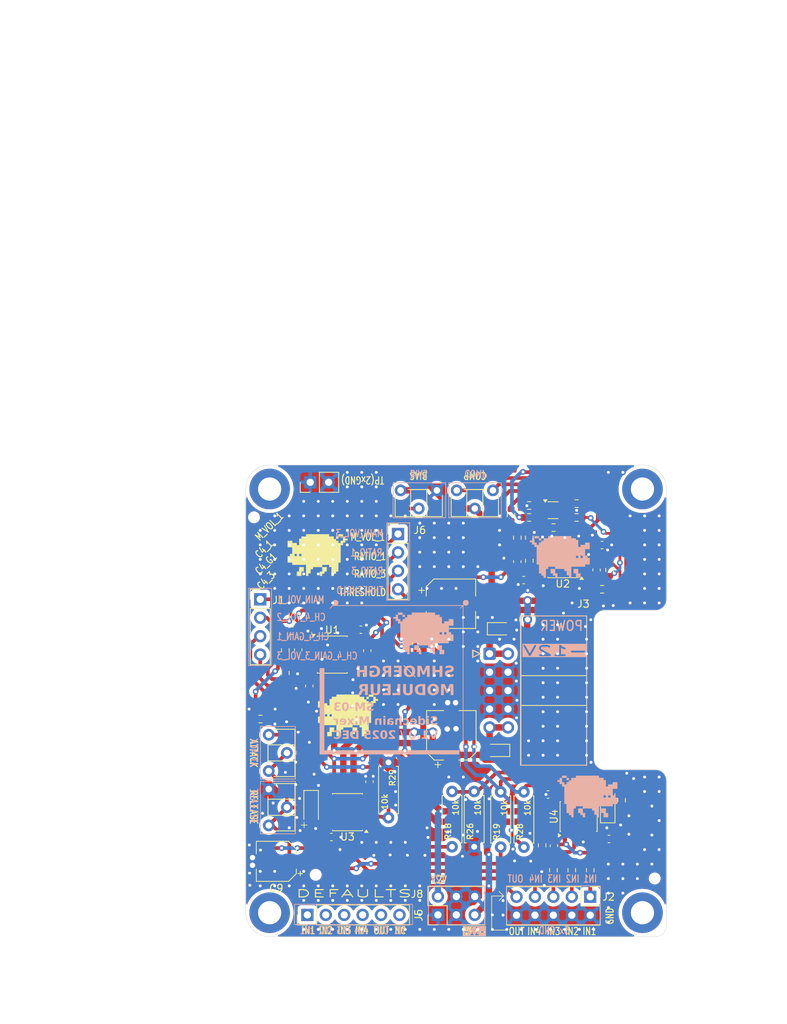
<source format=kicad_pcb>
(kicad_pcb (version 20241229) (generator "pcbnew") (generator_version "9.0")
  (layers (0 "F.Cu" signal) (2 "B.Cu" signal) (13 "F.Paste" user) (15 "B.Paste" user) (5 "F.SilkS" user "F.Silkscreen") (7 "B.SilkS" user "B.Silkscreen") (1 "F.Mask" user) (3 "B.Mask" user) (25 "Edge.Cuts" user))
  (net 0 "")
  (net 1 "GND")
  (net 2 "+12V")
  (net 3 "-12V")
  (net 4 "Net-(U3B--)")
  (net 5 "Net-(C10-Pad2)")
  (net 6 "Net-(U4A--)")
  (net 7 "Net-(U2B--)")
  (net 8 "Net-(C11-Pad2)")
  (net 9 "MAIN_VOL_1")
  (net 10 "MAIN_VOL_3")
  (net 11 "Net-(U1A--)")
  (net 12 "Net-(C13-Pad2)")
  (net 13 "Net-(U2A--)")
  (net 14 "Net-(D6-A)")
  (net 15 "Net-(D7-K)")
  (net 22 "Net-(C14-Pad2)")
  (net 23 "RATIO_3")
  (net 24 "Net-(D1-A)")
  (net 25 "Net-(D2-A)")
  (net 26 "Net-(D2-K)")
  (net 27 "CH_4_GAIN_1")
  (net 28 "CH_4_VOL_2")
  (net 29 "CH_4_GAIN_3_VOL_3")
  (net 30 "RATIO_1")
  (net 31 "THRESHOLD")
  (net 32 "OUT")
  (net 33 "IN_2")
  (net 34 "IN_3")
  (net 35 "IN_4")
  (net 36 "IN_1")
  (net 37 "Net-(Q1A-B1)")
  (net 38 "Net-(Q1A-E1)")
  (net 39 "Net-(Q1B-C2)")
  (net 40 "Net-(Q1A-C1)")
  (net 41 "Net-(R2-Pad2)")
  (net 42 "Net-(R3-Pad2)")
  (net 43 "Net-(R14-Pad1)")
  (net 44 "Net-(U4B-+)")
  (net 45 "Net-(U2B-+)")
  (footprint "Resistor_SMD:R_0603_1608Metric" (layer "F.Cu") (at 164.8712 141.409 90)
    (property "Reference" "R4")
    (property "Value" "100k")
  )
  (footprint "Capacitor_SMD:C_0603_1608Metric" (layer "F.Cu") (at 174.0914 140.5312 180)
    (property "Reference" "C8")
    (property "Value" "100n")
  )
  (footprint "Capacitor_SMD:CP_Elec_6.3x7.7" (layer "F.Cu") (at 152.2956 108.1096)
    (property "Reference" "C24")
    (property "Value" "100u")
  )
  (footprint "Shmoergh_Logo:Gyeszno" (layer "F.Cu") (at 133.906 101.404)
    (property "Reference" "G***" (hide yes))
    (property "Value" "LOGO" (hide yes))
  )
  (footprint "Shmoergh_Custom_Footprints:R_Axial_DIN0207_L6.3mm_D2.5mm_P7.62mm_Horizontal" (layer "F.Cu") (at 159.1536 141.663 90)
    (property "Reference" "R19")
    (property "Value" "10k")
  )
  (footprint "Capacitor_SMD:C_0603_1608Metric" (layer "F.Cu") (at 141.07 132.646 -90)
    (property "Reference" "C4")
    (property "Value" "100n")
  )
  (footprint "Connector_PinHeader_2.54mm:PinHeader_1x06_P2.54mm_Vertical" (layer "F.Cu") (at 132.5 151 90)
    (property "Reference" "J8")
    (property "Value" "Conn_01x06")
  )
  (footprint "Resistor_SMD:R_0603_1608Metric" (layer "F.Cu") (at 168.958 144.838 90)
    (property "Reference" "R5")
    (property "Value" "100k")
  )
  (footprint "Diode_SMD:D_SOD-123" (layer "F.Cu") (at 133.017 136.202 -90)
    (property "Reference" "D2")
    (property "Value" "1N4148")
  )
  (footprint "Shmoergh_Logo:Gyeszno" (layer "F.Cu") (at 138.097 123.502)
    (property "Reference" "G***" (hide yes))
    (property "Value" "LOGO" (hide yes))
  )
  (footprint "Connector_PinHeader_2.54mm:PinHeader_2x03_P2.54mm_Vertical" (layer "F.Cu") (at 150.5 151 90)
    (property "Reference" "J5")
    (property "Value" "Conn_02x03_Odd_Even")
  )
  (footprint "Capacitor_SMD:CP_Elec_6.3x7.7" (layer "F.Cu") (at 152.3464 126.2452 90)
    (property "Reference" "C23")
    (property "Value" "100u")
  )
  (footprint "MountingHole:ToolingHole_1.152mm" (layer "F.Cu") (at 125.143 96.197)
    (property "Reference" "REF**" (hide yes))
    (property "Value" "ToolingHole_1.152mm")
  )
  (footprint "Resistor_SMD:R_0603_1608Metric" (layer "F.Cu") (at 174.1497 103.4518 -90)
    (property "Reference" "R13")
    (property "Value" "33k")
  )
  (footprint "Package_TO_SOT_SMD:SOT-363_SC-70-6" (layer "F.Cu") (at 166.3817 95.2168)
    (property "Reference" "Q1")
    (property "Value" "BC847BS")
  )
  (footprint "MountingHole:MountingHole_3.2mm_M3_DIN965_Pad" (layer "F.Cu") (at 178.7 150.7)
    (property "Reference" "H2")
    (property "Value" "MountingHole")
  )
  (footprint "Resistor_SMD:R_0603_1608Metric" (layer "F.Cu") (at 175.816 135.186 90)
    (property "Reference" "R15")
    (property "Value" "200k")
  )
  (footprint "Resistor_SMD:R_0603_1608Metric" (layer "F.Cu") (at 169.6227 96.2178 180)
    (property "Reference" "R12")
    (property "Value" "10k")
  )
  (footprint "Capacitor_SMD:C_0603_1608Metric" (layer "F.Cu") (at 173.1337 100.0228 180)
    (property "Reference" "C6")
    (property "Value" "100n")
  )
  (footprint "Resistor_SMD:R_0603_1608Metric" (layer "F.Cu") (at 160.5803 95.8922 -90)
    (property "Reference" "R21")
    (property "Value" "10k")
  )
  (footprint "Shmoergh_Custom_Footprints:R_Axial_DIN0207_L6.3mm_D2.5mm_P7.62mm_Horizontal" (layer "F.Cu") (at 152.448 141.6122 90)
    (property "Reference" "R18")
    (property "Value" "10k")
  )
  (footprint "Package_SO:SOIC-8_3.9x4.9mm_P1.27mm" (layer "F.Cu") (at 135.938 115.12)
    (property "Reference" "U1")
    (property "Value" "TL072")
  )
  (footprint "Resistor_SMD:R_0603_1608Metric" (layer "F.Cu") (at 166.418 144.838 90)
    (property "Reference" "R6")
    (property "Value" "100k")
  )
  (footprint "Diode_SMD:D_SOD-123" (layer "F.Cu") (at 173.911 135.948 90)
    (property "Reference" "D1")
    (property "Value" "1N4148")
  )
  (footprint "Package_SO:SOIC-8_3.9x4.9mm_P1.27mm" (layer "F.Cu") (at 138.035 136.837 180)
    (property "Reference" "U3")
    (property "Value" "TL072")
  )
  (footprint "Resistor_SMD:R_0603_1608Metric" (layer "F.Cu") (at 130.35 111.818)
    (property "Reference" "R10")
    (property "Value" "100k")
  )
  (footprint "MountingHole:MountingHole_3.2mm_M3_DIN965_Pad" (layer "F.Cu") (at 127.3 92.3)
    (property "Reference" "H1")
    (property "Value" "MountingHole")
  )
  (footprint "Capacitor_SMD:C_0603_1608Metric_Pad1.08x0.95mm_HandSolder" (layer "F.Cu") (at 140.764 114.5855 90)
    (property "Reference" "C12")
    (property "Value" "47p")
  )
  (footprint "Resistor_SMD:R_0603_1608Metric" (layer "F.Cu") (at 161.4497 99.0068 -90)
    (property "Reference" "R22")
    (property "Value" "10k")
  )
  (footprint "Resistor_SMD:R_0603_1608Metric" (layer "F.Cu") (at 163.0827 94.5668)
    (property "Reference" "R8")
    (property "Value" "220")
  )
  (footprint "Connector_PinHeader_2.54mm:PinHeader_2x05_P2.54mm_Vertical" (layer "F.Cu") (at 171.5 148.5 -90)
    (property "Reference" "J2")
    (property "Value" "Conn_02x05_Odd_Even")
  )
  (footprint "Package_SO:SOIC-8_3.9x4.9mm_P1.27mm" (layer "F.Cu") (at 167.7177 101.9628 180)
    (property "Reference" "U2")
    (property "Value" "TL072")
  )
  (footprint "Resistor_SMD:R_0603_1608Metric" (layer "F.Cu") (at 173.1337 106.1188 180)
    (property "Reference" "R14")
    (property "Value" "200k")
  )
  (footprint "Shmoergh_Custom_Footprints:R_Axial_DIN0207_L6.3mm_D2.5mm_P7.62mm_Horizontal" (layer "F.Cu") (at 162.354 141.663 90)
    (property "Reference" "R28")
    (property "Value" "10k")
  )
  (footprint "Shmoergh_Custom_Footprints:R_Axial_DIN0207_L6.3mm_D2.5mm_P7.62mm_Horizontal" (layer "F.Cu") (at 155.496 141.6122 90)
    (property "Reference" "R26")
    (property "Value" "10k")
  )
  (footprint "Diode_SMD:D_SOD-323" (layer "F.Cu") (at 158.798 128.328 180)
    (property "Reference" "D6")
    (property "Value" "1N5817")
  )
  (footprint "Package_SO:SOIC-8_3.9x4.9mm_P1.27mm" (layer "F.Cu") (at 169.9004 137.4466 90)
    (property "Reference" "U4")
    (property "Value" "TL072")
  )
  (footprint "Connector_PinHeader_2.54mm:PinHeader_1x02_P2.54mm_Vertical" (layer "F.Cu") (at 132.89 91.371 90)
    (property "Reference" "J4")
    (property "Value" "Conn_01x02")
  )
  (footprint "Potentiometer_THT:Potentiometer_ACP_CA6-H2,5_Horizontal" (layer "F.Cu") (at 158.0868 92.484 -90)
    (property "Reference" "RV_COMP1")
    (property "Value" "10k")
  )
  (footprint "Resistor_SMD:R_0603_1608Metric" (layer "F.Cu") (at 129.461 117.66 90)
    (property "Reference" "R16")
    (property "Value" "100k")
  )
  (footprint "Capacitor_SMD:C_0603_1608Metric" (layer "F.Cu") (at 139.875 111.691)
    (property "Reference" "C1")
    (property "Value" "100n")
  )
  (footprint "Capacitor_SMD:C_0603_1608Metric" (layer "F.Cu") (at 132.763 119.438 90)
    (property "Reference" "C2")
    (property "Value" "100n")
  )
  (footprint "Capacitor_SMD:C_0603_1608Metric" (layer "F.Cu") (at 162.3387 104.8488 180)
    (property "Reference" "C5")
    (property "Value" "100n")
  )
  (footprint "Capacitor_SMD:CP_Elec_5x5.4" (layer "F.Cu") (at 128.2164 143.6188 180)
    (property "Reference" "C9")
    (property "Value" "10u")
  )
  (footprint "Resistor_SMD:R_0603_1608Metric" (layer "F.Cu") (at 163.1007 102.1818 -90)
    (property "Reference" "R23")
    (property "Value" "470k")
  )
  (footprint "Resistor_SMD:R_0603_1608Metric" (layer "F.Cu") (at 129.461 114.5225 90)
    (property "Reference" "R17")
    (property "Value" "100k")
  )
  (footprint "MountingHole:MountingHole_3.2mm_M3_DIN965_Pad" (layer "F.Cu") (at 178.7 92.3)
    (property "Reference" "H4")
    (property "Value" "MountingHole")
  )
  (footprint "MountingHole:ToolingHole_1.152mm" (layer "F.Cu") (at 133.652 145.473)
    (property "Reference" "REF**" (hide yes))
    (property "Value" "ToolingHole_1.152mm")
  )
  (footprint "Resistor_SMD:R_0603_1608Metric" (layer "F.Cu") (at 126.032 124.01 180)
    (property "Reference" "R11")
    (property "Value" "1k")
  )
  (footprint "Diode_SMD:D_SOD-323" (layer "F.Cu") (at 158.925 111.564)
    (property "Reference" "D7")
    (property "Value" "1N5817")
  )
  (footprint "Connector_IDC:IDC-Header_2x05_P2.54mm_Horizontal" (layer "F.Cu") (at 157.6245 115)
    (property "Reference" "J3")
    (property "Value" "Conn_02x05_Odd_Even")
  )
  (footprint "Resistor_SMD:R_0603_1608Metric" (layer "F.Cu") (at 169.6227 94.3128)
    (property "Reference" "R2")
    (property "Value" "100k")
  )
  (footprint "Resistor_SMD:R_0603_1608Metric" (layer "F.Cu") (at 166.4477 97.6148)
    (property "Reference" "R3")
    (property "Value" "100k")
  )
  (footprint "Capacitor_SMD:C_0603_1608Metric" (layer "F.Cu") (at 165.684 134.3986 180)
    (property "Reference" "C7")
    (property "Value" "100n")
  )
  (footprint "Resistor_SMD:R_0603_1608Metric" (layer "F.Cu") (at 163.0827 96.2178)
    (property "Reference" "R7")
    (property "Value" "100k")
  )
  (footprint "Potentiometer_THT:Potentiometer_ACP_CA6-H2,5_Horizontal" (layer "F.Cu") (at 127.175 133.662)
    (property "Reference" "RV_RELEASE1")
    (property "Value" "10-100k")
  )
  (footprint "Potentiometer_THT:Potentiometer_ACP_CA6-H2,5_Horizontal" (layer "F.Cu") (at 127.175 126.169)
    (property "Reference" "RV_ATTACK1")
    (property "Value" "10-100k")
  )
  (footprint "Capacitor_SMD:C_0603_1608Metric_Pad1.08x0.95mm_HandSolder" (layer "F.Cu") (at 172.3717 103.4518 -90)
    (property "Reference" "C14")
    (property "Value" "47p")
  )
  (footprint "MountingHole:MountingHole_3.2mm_M3_DIN965_Pad" (layer "F.Cu") (at 127.3 150.7)
    (property "Reference" "H3")
    (property "Value" "MountingHole")
  )
  (footprint "Capacitor_SMD:C_0603_1608Metric_Pad1.08x0.95mm_HandSolder" (layer "F.Cu") (at 161.4497 102.3088 -90)
    (property "Reference" "C11")
    (property "Value" "47p")
  )
  (footprint "MountingHole:ToolingHole_1.152mm" (layer "F.Cu") (at 180.388 145.981)
    (property "Reference" "REF**" (hide yes))
    (property "Value" "ToolingHole_1.152mm")
  )
  (footprint "Capacitor_SMD:C_0603_1608Metric" (layer "F.Cu") (at 135.811 140.266)
    (property "Reference" "C3")
    (property "Value" "100n")
  )
  (footprint "Connector_PinHeader_2.54mm:PinHeader_1x04_P2.54mm_Vertical" (layer "F.Cu") (at 126 107.5)
    (property "Reference" "J1")
    (property "Value" "Conn_01x04")
  )
  (footprint "Capacitor_SMD:C_0603_1608Metric_Pad1.08x0.95mm_HandSolder" (layer "F.Cu") (at 166.4968 141.4598 90)
    (property "Reference" "C10")
    (property "Value" "47p")
  )
  (footprint "Shmoergh_Custom_Footprints:R_Axial_DIN0207_L6.3mm_D2.5mm_P7.62mm_Horizontal" (layer "F.Cu") (at 143.685 129.979 -90)
    (property "Reference" "R29")
    (property "Value" "10k")
  )
  (footprint "Resistor_SMD:R_0603_1608Metric" (layer "F.Cu") (at 163.1007 99.0068 -90)
    (property "Reference" "R24")
    (property "Value" "470k")
  )
  (footprint "Connector_PinHeader_2.54mm:PinHeader_1x04_P2.54mm_Vertical" (layer "F.Cu") (at 145 98.5)
    (property "Reference" "J6")
    (property "Value" "Conn_01x04")
  )
  (footprint "Resistor_SMD:R_0603_1608Metric" (layer "F.Cu") (at 140.764 117.914 90)
    (property "Reference" "R9")
    (property "Value" "100k")
  )
  (footprint "Capacitor_SMD:C_0603_1608Metric_Pad1.08x0.95mm_HandSolder" (layer "F.Cu") (at 131.239 114.4585 90)
    (property "Reference" "C13")
    (property "Value" "47p")
  )
  (footprint "Resistor_SMD:R_0603_1608Metric" (layer "F.Cu") (at 171.498 144.838 90)
    (property "Reference" "R1")
    (property "Value" "100k")
  )
  (footprint "Potentiometer_THT:Potentiometer_ACP_CA6-H2,5_Horizontal" (layer "F.Cu") (at 150.3544 92.484 -90)
    (property "Reference" "RV_BIAS1")
    (property "Value" "100k")
  )
  (footprint "Shmoergh_Logo:Gyeszno" (layer "B.Cu") (at 148.511 112.199 180)
    (property "Reference" "G***" (hide yes))
    (property "Value" "LOGO" (hide yes))
  )
  (footprint "Shmoergh_Logo:Gyeszno" (layer "B.Cu") (at 167.307 101.658 180)
    (property "Reference" "G***" (hide yes))
    (property "Value" "LOGO" (hide yes))
  )
  (footprint "Shmoergh_Logo:Gyeszno" (layer "B.Cu") (at 171.117 134.678 180)
    (property "Reference" "G***" (hide yes))
    (property "Value" "LOGO" (hide yes))
  )
  (gr_line (start 158.925 147.759) (end 159.56 148.394) (stroke (width 0.1)) (layer "F.SilkS"))
  (gr_line (start 157.909 153.093) (end 160.068 153.093) (stroke (width 0.1)) (layer "F.SilkS"))
  (gr_line (start 159.56 148.394) (end 157.909 148.394) (stroke (width 0.1)) (layer "F.SilkS"))
  (gr_line (start 159.56 148.394) (end 158.925 149.029) (stroke (width 0.1)) (layer "F.SilkS"))
  (gr_line (start 157.909 148.394) (end 157.909 153.093) (stroke (width 0.1)) (layer "F.SilkS"))
  (gr_rect (start 149.2095 146.997) (end 156.9565 152.331) (stroke (width 0.1)) (fill no) (layer "B.SilkS"))
  (gr_rect (start 124.381 105.976) (end 127.556 116.644) (stroke (width 0.1)) (fill no) (layer "B.SilkS"))
  (gr_rect (start 161.973 109.786) (end 170.99 130.36) (stroke (width 0.1)) (fill no) (layer "B.SilkS"))
  (gr_line (start 155.369 115.501) (end 155.369 114.485) (stroke (width 0.1)) (layer "B.SilkS"))
  (gr_rect (start 152.0035 91.4345) (end 159.2425 96.2605) (stroke (width 0.1)) (fill no) (layer "B.SilkS"))
  (gr_line (start 153.597 108.73475) (end 154.347 107.98475) (stroke (width 0.1)) (layer "B.SilkS"))
  (gr_line (start 153.972 128.35725) (end 134.795 128.35725) (stroke (width 0.1)) (layer "B.SilkS"))
  (gr_line (start 156.385 114.993) (end 155.369 115.501) (stroke (width 0.1)) (layer "B.SilkS"))
  (gr_circle (center 136.375 107.98475) (end 136.125 107.73475) (stroke (width 0.1)) (fill yes) (layer "B.SilkS"))
  (gr_rect (start 126.032 132.5825) (end 130.858 139.8215) (stroke (width 0.1)) (fill no) (layer "B.SilkS"))
  (gr_rect (start 134.242 117.03) (end 134.742 128.831) (stroke (width 0.1)) (fill yes) (layer "B.SilkS"))
  (gr_circle (center 154.347 107.98475) (end 154.097 107.73475) (stroke (width 0.1)) (fill yes) (layer "B.SilkS"))
  (gr_line (start 153.972 108.35975) (end 153.972 128.35725) (stroke (width 0.1)) (layer "B.SilkS"))
  (gr_line (start 153.972 108.35975) (end 136 108.35975) (stroke (width 0.1)) (layer "B.SilkS"))
  (gr_rect (start 130.731 149.537) (end 146.987 152.331) (stroke (width 0.1)) (fill no) (layer "B.SilkS"))
  (gr_rect (start 159.941 146.997) (end 172.895 152.331) (stroke (width 0.1)) (fill no) (layer "B.SilkS"))
  (gr_line (start 155.369 114.485) (end 156.385 114.993) (stroke (width 0.1)) (layer "B.SilkS"))
  (gr_rect (start 126.032 125.026) (end 130.858 132.265) (stroke (width 0.1)) (fill no) (layer "B.SilkS"))
  (gr_line (start 135.625 108.73475) (end 136.375 107.98475) (stroke (width 0.1)) (layer "B.SilkS"))
  (gr_rect (start 134.242 128.35725) (end 153.381 128.831) (stroke (width 0.1)) (fill yes) (layer "B.SilkS"))
  (gr_rect (start 144.32 91.4345) (end 151.559 96.2605) (stroke (width 0.1)) (fill no) (layer "B.SilkS"))
  (gr_line (start 134.795 128.35725) (end 134.795 117) (stroke (width 0.1)) (layer "B.SilkS"))
  (gr_rect (start 143.431 96.959) (end 146.606 107.627) (stroke (width 0.1)) (fill no) (layer "B.SilkS"))
  (gr_line (start 173.5 109) (end 180.5 109) (stroke (width 0.05)) (layer "Edge.Cuts"))
  (gr_line (start 127.3 89) (end 178.7 89) (stroke (width 0.05)) (layer "Edge.Cuts"))
  (gr_arc (start 178.7 89) (mid 181.033452 89.966548) (end 182 92.3) (stroke (width 0.05)) (layer "Edge.Cuts"))
  (gr_arc (start 172 110.5) (mid 172.43934 109.43934) (end 173.5 109) (stroke (width 0.05)) (layer "Edge.Cuts"))
  (gr_line (start 172 129.5) (end 172 110.5) (stroke (width 0.05)) (layer "Edge.Cuts"))
  (gr_line (start 180.5 131) (end 173.5 131) (stroke (width 0.05)) (layer "Edge.Cuts"))
  (gr_arc (start 127.3 154) (mid 124.966548 153.033452) (end 124 150.7) (stroke (width 0.05)) (layer "Edge.Cuts"))
  (gr_line (start 180.5 154) (end 127.3 154) (stroke (width 0.05)) (layer "Edge.Cuts"))
  (gr_arc (start 124 92.3) (mid 124.966548 89.966548) (end 127.3 89) (stroke (width 0.05)) (layer "Edge.Cuts"))
  (gr_arc (start 182 152.5) (mid 181.56066 153.56066) (end 180.5 154) (stroke (width 0.05)) (layer "Edge.Cuts"))
  (gr_line (start 124 92.3) (end 124 150.7) (stroke (width 0.05)) (layer "Edge.Cuts"))
  (gr_arc (start 180.5 131) (mid 181.56066 131.43934) (end 182 132.5) (stroke (width 0.05)) (layer "Edge.Cuts"))
  (gr_arc (start 173.5 131) (mid 172.43934 130.56066) (end 172 129.5) (stroke (width 0.05)) (layer "Edge.Cuts"))
  (gr_line (start 182 132.5) (end 182 152.5) (stroke (width 0.05)) (layer "Edge.Cuts"))
  (gr_arc (start 182 107.5) (mid 181.56066 108.56066) (end 180.5 109) (stroke (width 0.05)) (layer "Edge.Cuts"))
  (gr_line (start 182 92.3) (end 182 107.5) (stroke (width 0.05)) (layer "Edge.Cuts"))
  (gr_text "+" (at 131.366 139.123 0) (layer "F.SilkS") (effects (font (size 1 1) (thickness 0.1)) (justify left bottom)))
  (gr_text "IN3" (at 165.402 153.855 0) (layer "F.SilkS") (effects (font (size 1 0.75) (thickness 0.15) (bold yes)) (justify left bottom)))
  (gr_text "IN3" (at 136.573 153.728 0) (layer "F.SilkS") (effects (font (size 1 0.75) (thickness 0.15) (bold yes)) (justify left bottom)))
  (gr_text "THRESHOLD" (at 143.431 107.119 0) (layer "F.SilkS") (effects (font (size 1 0.75) (thickness 0.15) (bold yes)) (justify right bottom)))
  (gr_text "RATIO_1" (at 143.431 102.166 0) (layer "F.SilkS") (effects (font (size 1 0.75) (thickness 0.15) (bold yes)) (justify right bottom)))
  (gr_text "IN1" (at 131.62 153.728 0) (layer "F.SilkS") (effects (font (size 1 0.75) (thickness 0.15) (bold yes)) (justify left bottom)))
  (gr_text "C4_G1" (at 125.905 104.325 45) (layer "F.SilkS") (effects (font (size 1 0.75) (thickness 0.15) (bold yes)) (justify left bottom)))
  (gr_text "DEFAULTS" (at 130.731 148.648 0) (layer "F.SilkS") (effects (font (size 1 2.25) (thickness 0.15) (bold yes)) (justify left bottom)))
  (gr_text "COMP" (at 157.274 89.847 180) (layer "F.SilkS") (effects (font (size 1 0.75) (thickness 0.15) (bold yes)) (justify left bottom)))
  (gr_text "IN1" (at 170.355 153.855 0) (layer "F.SilkS") (effects (font (size 1 0.75) (thickness 0.15) (bold yes)) (justify left bottom)))
  (gr_text "OUT" (at 141.526 153.728 0) (layer "F.SilkS") (effects (font (size 1 0.75) (thickness 0.15) (bold yes)) (justify left bottom)))
  (gr_text "ATTACK" (at 124.508 126.677 270) (layer "F.SilkS") (effects (font (size 1 0.75) (thickness 0.15) (bold yes)) (justify left bottom)))
  (gr_text "TP(2xGND)" (at 143.177 90.482 180) (layer "F.SilkS") (effects (font (size 1 0.75) (thickness 0.15) (bold yes)) (justify left bottom)))
  (gr_text "NC" (at 144.447 153.728 0) (layer "F.SilkS") (effects (font (size 1 0.75) (thickness 0.15) (bold yes)) (justify left bottom)))
  (gr_text "IN4" (at 138.986 153.728 0) (layer "F.SilkS") (effects (font (size 1 0.75) (thickness 0.15) (bold yes)) (justify left bottom)))
  (gr_text "12V" (at 149.527 146.743 0) (layer "F.SilkS") (effects (font (size 1 0.75) (thickness 0.15) (bold yes)) (justify left bottom)))
  (gr_text "OUT" (at 160.195 153.855 0) (layer "F.SilkS") (effects (font (size 1 0.75) (thickness 0.15) (bold yes)) (justify left bottom)))
  (gr_text "+" (at 172.26 134.043 0) (layer "F.SilkS") (effects (font (size 1 1) (thickness 0.1)) (justify left bottom)))
  (gr_text "M_VOL_1" (at 125.905 99.626 45) (layer "F.SilkS") (effects (font (size 1 0.75) (thickness 0.15) (bold yes)) (justify left bottom)))
  (gr_text "IN2" (at 167.942 153.855 0) (layer "F.SilkS") (effects (font (size 1 0.75) (thickness 0.15) (bold yes)) (justify left bottom)))
  (gr_text "IN2" (at 134.033 153.728 0) (layer "F.SilkS") (effects (font (size 1 0.75) (thickness 0.15) (bold yes)) (justify left bottom)))
  (gr_text "C4_3" (at 126.159 106.374 45) (layer "F.SilkS") (effects (font (size 1 0.75) (thickness 0.15) (bold yes)) (justify left bottom)))
  (gr_text "RELEASE" (at 124.508 133.662 270) (layer "F.SilkS") (effects (font (size 1 0.75) (thickness 0.15) (bold yes)) (justify left bottom)))
  (gr_text "C4_1" (at 125.905 102.039 45) (layer "F.SilkS") (effects (font (size 1 0.75) (thickness 0.15) (bold yes)) (justify left bottom)))
  (gr_text "-12V" (at 153.845 153.855 0) (layer "F.SilkS" knockout) (effects (font (size 1 0.75) (thickness 0.15) (bold yes)) (justify left bottom)))
  (gr_text "GND" (at 174.8 152.42 90) (layer "F.SilkS") (effects (font (size 1 0.75) (thickness 0.15) (bold yes)) (justify left bottom)))
  (gr_text "BIAS" (at 149.146 89.847 180) (layer "F.SilkS") (effects (font (size 1 0.75) (thickness 0.15) (bold yes)) (justify left bottom)))
  (gr_text "RATIO_3" (at 143.431 104.579 0) (layer "F.SilkS") (effects (font (size 1 0.75) (thickness 0.15) (bold yes)) (justify right bottom)))
  (gr_text "IN4" (at 162.735 153.855 0) (layer "F.SilkS") (effects (font (size 1 0.75) (thickness 0.15) (bold yes)) (justify left bottom)))
  (gr_text "M_VOL_1" (at 143.304 99.499 0) (layer "F.SilkS") (effects (font (size 1 0.75) (thickness 0.15) (bold yes)) (justify right bottom)))
  (gr_text "OUT" (at 142.669 153.728 0) (layer "B.SilkS") (effects (font (size 1 0.75) (thickness 0.15) (bold yes)) (justify bottom mirror)))
  (gr_text "ATTACK" (at 124.508 128.582 270) (layer "B.SilkS") (effects (font (size 1 0.75) (thickness 0.15) (bold yes)) (justify bottom mirror)))
  (gr_text "SHMØERGH \nMODULEUR" (at 152.829 120.962 0) (layer "B.SilkS") (effects (font (size 1.5 1.5) (thickness 0.28) (bold yes)) (justify left bottom mirror)))
  (gr_text "RATIO_3" (at 143.05 104.198 0) (layer "B.SilkS") (effects (font (size 1 0.75) (thickness 0.15) (bold yes)) (justify left bottom mirror)))
  (gr_text "NC" (at 145.209 153.728 0) (layer "B.SilkS") (effects (font (size 1 0.75) (thickness 0.15) (bold yes)) (justify bottom mirror)))
  (gr_text "RELEASE" (at 124.508 135.948 270) (layer "B.SilkS") (effects (font (size 1 0.75) (thickness 0.15) (bold yes)) (justify bottom mirror)))
  (gr_text "IN4" (at 139.875 153.728 0) (layer "B.SilkS") (effects (font (size 1 0.75) (thickness 0.15) (bold yes)) (justify bottom mirror)))
  (gr_text "-12V" (at 155.623 153.855 0) (layer "B.SilkS" knockout) (effects (font (size 1 0.75) (thickness 0.15) (bold yes)) (justify bottom mirror)))
  (gr_text "RATIO_1" (at 142.923 101.658 0) (layer "B.SilkS") (effects (font (size 1 0.75) (thickness 0.15) (bold yes)) (justify left bottom mirror)))
  (gr_text "MAIN_VOL_1" (at 128.191 108.135 0) (layer "B.SilkS") (effects (font (size 1 0.75) (thickness 0.15) (bold yes)) (justify right bottom mirror)))
  (gr_text "5x GND" (at 168.704 153.728 0) (layer "B.SilkS") (effects (font (size 1 0.75) (thickness 0.15) (bold yes)) (justify left bottom mirror)))
  (gr_text "MAIN_VOL_3" (at 143.05 98.991 0) (layer "B.SilkS") (effects (font (size 1 0.75) (thickness 0.15) (bold yes)) (justify left bottom mirror)))
  (gr_text "BIAS" (at 147.876 89.593 180) (layer "B.SilkS") (effects (font (size 1 0.75) (thickness 0.15) (bold yes)) (justify bottom mirror)))
  (gr_text "12V" (at 150.543 146.616 0) (layer "B.SilkS") (effects (font (size 1 0.75) (thickness 0.15) (bold yes)) (justify bottom mirror)))
  (gr_text "IN3" (at 137.462 153.728 0) (layer "B.SilkS") (effects (font (size 1 0.75) (thickness 0.15) (bold yes)) (justify bottom mirror)))
  (gr_text "SM-03\nSidechain Mixer\nV1.0 / 2025 DEC" (at 136.065 126.931 0) (layer "B.SilkS") (effects (font (size 1.15 1.15) (thickness 0.2) (bold yes)) (justify right bottom mirror)))
  (gr_text "THRESHOLD" (at 143.05 106.865 0) (layer "B.SilkS") (effects (font (size 1 0.75) (thickness 0.15) (bold yes)) (justify left bottom mirror)))
  (gr_text "IN4" (at 165.021 146.616 0) (layer "B.SilkS") (effects (font (size 1 0.75) (thickness 0.15) (bold yes)) (justify left bottom mirror)))
  (gr_text "IN3" (at 167.561 146.616 0) (layer "B.SilkS") (effects (font (size 1 0.75) (thickness 0.15) (bold yes)) (justify left bottom mirror)))
  (gr_text "IN1" (at 132.382 153.728 0) (layer "B.SilkS") (effects (font (size 1 0.75) (thickness 0.15) (bold yes)) (justify bottom mirror)))
  (gr_text "IN2" (at 170.101 146.616 0) (layer "B.SilkS") (effects (font (size 1 0.75) (thickness 0.15) (bold yes)) (justify left bottom mirror)))
  (gr_text "CH_4_GAIN_3_VOL_3\n" (at 128.191 115.882 0) (layer "B.SilkS") (effects (font (size 1 0.75) (thickness 0.15) (bold yes)) (justify right bottom mirror)))
  (gr_text "IN1" (at 172.514 146.616 0) (layer "B.SilkS") (effects (font (size 1 0.75) (thickness 0.15) (bold yes)) (justify left bottom mirror)))
  (gr_text "IN2" (at 134.922 153.728 0) (layer "B.SilkS") (effects (font (size 1 0.75) (thickness 0.15) (bold yes)) (justify bottom mirror)))
  (gr_text "OUT" (at 162.354 146.616 0) (layer "B.SilkS") (effects (font (size 1 0.75) (thickness 0.15) (bold yes)) (justify left bottom mirror)))
  (gr_text "COMP" (at 155.75 89.593 180) (layer "B.SilkS") (effects (font (size 1 0.75) (thickness 0.15) (bold yes)) (justify bottom mirror)))
  (gr_text "CH_4_VOL_2" (at 128.191 110.548 0) (layer "B.SilkS") (effects (font (size 1 0.75) (thickness 0.15) (bold yes)) (justify right bottom mirror)))
  (gr_text "-12V" (at 171.371 115.374 0) (layer "B.SilkS" knockout) (effects (font (size 1.3 2.25) (thickness 0.25) (bold yes)) (justify left bottom mirror)))
  (gr_text "CH_4_GAIN_1" (at 128.191 113.215 0) (layer "B.SilkS") (effects (font (size 1 0.75) (thickness 0.15) (bold yes)) (justify right bottom mirror)))
  (gr_text "POWER" (at 170.609 111.945 0) (layer "B.SilkS") (effects (font (size 1.35 1.15) (thickness 0.2) (bold yes)) (justify left bottom mirror)))
  (segment (start 167.3317 95.2168) (end 169.6077 95.2168) (width 0.381) (layer "F.Cu") (net 1))
  (segment (start 169.6077 95.2168) (end 169.6227 95.2318) (width 0.381) (layer "F.Cu") (net 1))
  (via (at 144.574 131.249) (size 0.8) (drill 0.4) (layers "F.Cu" "B.Cu") (net 1))
  (via (at 142 147) (size 0.8) (drill 0.4) (layers "F.Cu" "B.Cu") (net 1))
  (via (at 179 134) (size 0.8) (drill 0.4) (layers "F.Cu" "B.Cu") (net 1))
  (via (at 150 153) (size 0.8) (drill 0.4) (layers "F.Cu" "B.Cu") (net 1))
  (via (at 143 122) (size 0.8) (drill 0.4) (layers "F.Cu" "B.Cu") (net 1))
  (via (at 159.601661 101.830816) (size 0.8) (drill 0.4) (layers "F.Cu" "B.Cu") (net 1))
  (via (at 160 153) (size 0.8) (drill 0.4) (layers "F.Cu" "B.Cu") (net 1))
  (via (at 132 108) (size 0.8) (drill 0.4) (layers "F.Cu" "B.Cu") (net 1))
  (via (at 141.578709 131.888715) (size 0.8) (drill 0.4) (layers "F.Cu" "B.Cu") (net 1))
  (via (at 130 108) (size 0.8) (drill 0.4) (layers "F.Cu" "B.Cu") (net 1))
  (via (at 134 149) (size 0.8) (drill 0.4) (layers "F.Cu" "B.Cu") (net 1))
  (via (at 130 96) (size 0.8) (drill 0.4) (layers "F.Cu" "B.Cu") (net 1))
  (via (at 179 100) (size 0.8) (drill 0.4) (layers "F.Cu" "B.Cu") (net 1))
  (via (at 134 100) (size 0.8) (drill 0.4) (layers "F.Cu" "B.Cu") (net 1))
  (via (at 138 92) (size 0.8) (drill 0.4) (layers "F.Cu" "B.Cu") (net 1))
  (via (at 130 98) (size 0.8) (drill 0.4) (layers "F.Cu" "B.Cu") (net 1))
  (via (at 134 108) (size 0.8) (drill 0.4) (layers "F.Cu" "B.Cu") (net 1))
  (via (at 167.814094 109.403057) (size 0.8) (drill 0.4) (layers "F.Cu" "B.Cu") (net 1))
  (via (at 165.160442 146.942422) (size 0.8) (drill 0.4) (layers "F.Cu" "B.Cu") (net 1))
  (via (at 173.891844 100.699528) (size 0.8) (drill 0.4) (layers "F.Cu" "B.Cu") (net 1))
  (via (at 161.317548 118.774024) (size 0.8) (drill 0.4) (layers "F.Cu" "B.Cu") (net 1))
  (via (at 144 141) (size 0.8) (drill 0.4) (layers "F.Cu" "B.Cu") (net 1))
  (via (at 152 153) (size 0.8) (drill 0.4) (layers "F.Cu" "B.Cu") (net 1))
  (via (at 142 100) (size 0.8) (drill 0.4) (layers "F.Cu" "B.Cu") (net 1))
  (via (at 181 138) (size 0.8) (drill 0.4) (layers "F.Cu" "B.Cu") (net 1))
  (via (at 140 102) (size 0.8) (drill 0.4) (layers "F.Cu" "B.Cu") (net 1))
  (via (at 177.482788 132.208051) (size 0.8) (drill 0.4) (layers "F.Cu" "B.Cu") (net 1))
  (via (at 174 152) (size 0.8) (drill 0.4) (layers "F.Cu" "B.Cu") (net 1))
  (via (at 167 125) (size 0.8) (drill 0.4) (layers "F.Cu" "B.Cu") (net 1))
  (via (at 138.728569 122.201029) (size 0.8) (drill 0.4) (layers "F.Cu" "B.Cu") (net 1))
  (via (at 138 106) (size 0.8) (drill 0.4) (layers "F.Cu" "B.Cu") (net 1))
  (via (at 150 122) (size 0.8) (drill 0.4) (layers "F.Cu" "B.Cu") (net 1))
  (via (at 140 90) (size 0.8) (drill 0.4) (layers "F.Cu" "B.Cu") (net 1))
  (via (at 132 149) (size 0.8) (drill 0.4) (layers "F.Cu" "B.Cu") (net 1))
  (via (at 162.886392 106.278377) (size 0.8) (drill 0.4) (layers "F.Cu" "B.Cu") (net 1))
  (via (at 152 118) (size 0.8) (drill 0.4) (layers "F.Cu" "B.Cu") (net 1))
  (via (at 138 98) (size 0.8) (drill 0.4) (layers "F.Cu" "B.Cu") (net 1))
  (via (at 176.545026 131.47415) (size 0.8) (drill 0.4) (layers "F.Cu" "B.Cu") (net 1))
  (via (at 142 149) (size 0.8) (drill 0.4) (layers "F.Cu" "B.Cu") (net 1))
  (via (at 138 104) (size 0.8) (drill 0.4) (layers "F.Cu" "B.Cu") (net 1))
  (via (at 124.495387 141.364838) (size 0.8) (drill 0.4) (layers "F.Cu" "B.Cu") (net 1))
  (via (at 138 100) (size 0.8) (drill 0.4) (layers "F.Cu" "B.Cu") (net 1))
  (via (at 132 147) (size 0.8) (drill 0.4) (layers "F.Cu" "B.Cu") (net 1))
  (via (at 130 102) (size 0.8) (drill 0.4) (layers "F.Cu" "B.Cu") (net 1))
  (via (at 138 90) (size 0.8) (drill 0.4) (layers "F.Cu" "B.Cu") (net 1))
  (via (at 176 146) (size 0.8) (drill 0.4) (layers "F.Cu" "B.Cu") (net 1))
  (via (at 165.019612 105.627402) (size 0.8) (drill 0.4) (layers "F.Cu" "B.Cu") (net 1))
  (via (at 177 96) (size 0.8) (drill 0.4) (layers "F.Cu" "B.Cu") (net 1))
  (via (at 152 97) (size 0.8) (drill 0.4) (layers "F.Cu" "B.Cu") (net 1))
  (via (at 167 127) (size 0.8) (drill 0.4) (layers "F.Cu" "B.Cu") (net 1))
  (via (at 149.132572 140.315554) (size 0.8) (drill 0.4) (layers "F.Cu" "B.Cu") (net 1))
  (via (at 165 129) (size 0.8) (drill 0.4) (layers "F.Cu" "B.Cu") (net 1))
  (via (at 140.534275 131.891782) (size 0.8) (drill 0.4) (layers "F.Cu" "B.Cu") (net 1))
  (via (at 151.846475 121.746093) (size 1.27) (drill 0.75) (layers "F.Cu" "B.Cu") (net 1))
  (via (at 152.993739 125.343291) (size 1.27) (drill 0.75) (layers "F.Cu" "B.Cu") (net 1))
  (via (at 128 145) (size 0.8) (drill 0.4) (layers "F.Cu" "B.Cu") (net 1))
  (via (at 155.951288 139.492369) (size 0.8) (drill 0.4) (layers "F.Cu" "B.Cu") (net 1))
  (via (at 132 94) (size 0.8) (drill 0.4) (layers "F.Cu" "B.Cu") (net 1))
  (via (at 148 149) (size 0.8) (drill 0.4) (layers "F.Cu" "B.Cu") (net 1))
  (via (at 163 129) (size 0.8) (drill 0.4) (layers "F.Cu" "B.Cu") (net 1))
  (via (at 124.936593 143.105807) (size 1.27) (drill 0.75) (layers "F.Cu" "B.Cu") (net 1))
  (via (at 154 103) (size 0.8) (drill 0.4) (layers "F.Cu" "B.Cu") (net 1))
  (via (at 126.032898 142.063707) (size 0.8) (drill 0.4) (layers "F.Cu" "B.Cu") (net 1))
  (via (at 131.428062 134.947883) (size 0.8) (drill 0.4) (layers "F.Cu" "B.Cu") (net 1))
  (via (at 152 132) (size 0.8) (drill 0.4) (layers "F.Cu" "B.Cu") (net 1))
  (via (at 167 115) (size 0.8) (drill 0.4) (layers "F.Cu" "B.Cu") (net 1))
  (via (at 156 114) (size 0.8) (drill 0.4) (layers "F.Cu" "B.Cu") (net 1))
  (via (at 181 100) (size 0.8) (drill 0.4) (layers "F.Cu" "B.Cu") (net 1))
  (via (at 173.317407 108.414105) (size 0.8) (drill 0.4) (layers "F.Cu" "B.Cu") (net 1))
  (via (at 135.299173 113.802754) (size 0.8) (drill 0.4) (layers "F.Cu" "B.Cu") (net 1))
  (via (at 160.845631 141.928689) (size 0.8) (drill 0.4) (layers "F.Cu" "B.Cu") (net 1))
  (via (at 136 94) (size 0.8) (drill 0.4) (layers "F.Cu" "B.Cu") (net 1))
  (via (at 152 120) (size 0.8) (drill 0.4) (layers "F.Cu" "B.Cu") (net 1))
  (via (at 154 132) (size 0.8) (drill 0.4) (layers "F.Cu" "B.Cu") (net 1))
  (via (at 170.846038 111.249675) (size 0.8) (drill 0.4) (layers "F.Cu" "B.Cu") (net 1))
  (via (at 165 111) (size 0.8) (drill 0.4) (layers "F.Cu" "B.Cu") (net 1))
  (via (at 143 116) (size 0.8) (drill 0.4) (layers "F.Cu" "B.Cu") (net 1))
  (via (at 134 102) (size 0.8) (drill 0.4) (layers "F.Cu" "B.Cu") (net 1))
  (via (at 134.033 133.154) (size 0.8) (drill 0.4) (layers "F.Cu" "B.Cu") (net 1))
  (via (at 130 106) (size 0.8) (drill 0.4) (layers "F.Cu" "B.Cu") (net 1))
  (via (at 130.903786 133.041424) (size 0.8) (drill 0.4) (layers "F.Cu" "B.Cu") (net 1))
  (via (at 132.77698 127.21275) (size 0.8) (drill 0.4) (layers "F.Cu" "B.Cu") (net 1))
  (via (at 146 149) (size 0.8) (drill 0.4) (layers "F.Cu" "B.Cu") (net 1))
  (via (at 128 100) (size 0.8) (drill 0.4) (layers "F.Cu" "B.Cu") (net 1))
  (via (at 146 141) (size 0.8) (drill 0.4) (layers "F.Cu" "B.Cu") (net 1))
  (via (at 134 104) (size 0.8) (drill 0.4) (layers "F.Cu" "B.Cu") (net 1))
  (via (at 163.30207 143.593481) (size 0.8) (drill 0.4) (layers "F.Cu" "B.Cu") (net 1))
  (via (at 174 150) (size 0.8) (drill 0.4) (layers "F.Cu" "B.Cu") (net 1))
  (via (at 134 94) (size 0.8) (drill 0.4) (layers "F.Cu" "B.Cu") (net 1))
  (via (at 165 117) (size 0.8) (drill 0.4) (layers "F.Cu" "B.Cu") (net 1))
  (via (at 142 96) (size 0.8) (drill 0.4) (layers "F.Cu" "B.Cu") (net 1))
  (via (at 164.811997 145.045334) (size 0.8) (drill 0.4) (layers "F.Cu" "B.Cu") (net 1))
  (via (at 140 104) (size 0.8) (drill 0.4) (layers "F.Cu" "B.Cu") (net 1))
  (via (at 169.6227 95.2318) (size 0.8) (drill 0.4) (layers "F.Cu" "B.Cu") (net 1))
  (via (at 132 153) (size 0.8) (drill 0.4) (layers "F.Cu" "B.Cu") (net 1))
  (via (at 143 118) (size 0.8) (drill 0.4) (layers "F.Cu" "B.Cu") (net 1))
  (via (at 150 101) (size 0.8) (drill 0.4) (layers "F.Cu" "B.Cu") (net 1))
  (via (at 176.832 139.885) (size 0.8) (drill 0.4) (layers "F.Cu" "B.Cu") (net 1))
  (via (at 171.574442 110.313156) (size 0.8) (drill 0.4) (layers "F.Cu" "B.Cu") (net 1))
  (via (at 174 144) (size 0.8) (drill 0.4) (layers "F.Cu" "B.Cu") (net 1))
  (via (at 171 113) (size 0.8) (drill 0.4) (layers "F.Cu" "B.Cu") (net 1))
  (via (at 134.504098 115.77544) (size 0.8) (drill 0.4) (layers "F.Cu" "B.Cu") (net 1))
  (via (at 165.400233 134.404581) (size 0.8) (drill 0.4) (layers "F.Cu" "B.Cu") (net 1))
  (via (at 144 153) (size 0.8) (drill 0.4) (layers "F.Cu" "B.Cu") (net 1))
  (via (at 140 141) (size 0.8) (drill 0.4) (layers "F.Cu" "B.Cu") (net 1))
  (via (at 129.632071 124.382332) (size 0.8) (drill 0.4) (layers "F.Cu" "B.Cu") (net 1))
  (via (at 148 153) (size 0.8) (drill 0.4) (layers "F.Cu" "B.Cu") (net 1))
  (via (at 159.476485 151.028757) (size 0.8) (drill 0.4) (layers "F.Cu" "B.Cu") (net 1))
  (via (at 179 106) (size 0.8) (drill 0.4) (layers "F.Cu" "B.Cu") (net 1))
  (via (at 126 147) (size 0.8) (drill 0.4) (layers "F.Cu" "B.Cu") (net 1))
  (via (at 144 147) (size 0.8) (drill 0.4) (layers "F.Cu" "B.Cu") (net 1))
  (via (at 124.530331 145.243559) (size 0.8) (drill 0.4) (layers "F.Cu" "B.Cu") (net 1))
  (via (at 140 98) (size 0.8) (drill 0.4) (layers "F.Cu" "B.Cu") (net 1))
  (via (at 138 108) (size 0.8) (drill 0.4) (layers "F.Cu" "B.Cu") (net 1))
  (via (at 136 153) (size 0.8) (drill 0.4) (layers "F.Cu" "B.Cu") (net 1))
  (via (at 138 94) (size 0.8) (drill 0.4) (layers "F.Cu" "B.Cu") (net 1))
  (via (at 181 108) (size 0.8) (drill 0.4) (layers "F.Cu" "B.Cu") (net 1))
  (via (at 158 110) (size 0.8) (drill 0.4) (layers "F.Cu" "B.Cu") (net 1))
  (via (at 159 100) (size 0.8) (drill 0.4) (layers "F.Cu" "B.Cu") (net 1))
  (via (at 152.935909 121.751998) (size 1.27) (drill 0.75) (layers "F.Cu" "B.Cu") (net 1))
  (via (at 141.666364 142.792151) (size 0.8) (drill 0.4) (layers "F.Cu" "B.Cu") (net 1))
  (via (at 136 102) (size 0.8) (drill 0.4) (layers "F.Cu" "B.Cu") (net 1))
  (via (at 170.52916 140.944818) (size 0.8) (drill 0.4) (layers "F.Cu" "B.Cu") (net 1))
  (via (at 179 104) (size 0.8) (drill 0.4) (layers "F.Cu" "B.Cu") (net 1))
  (via (at 132 106) (size 0.8) (drill 0.4) (layers "F.Cu" "B.Cu") (net 1))
  (via (at 146.290816 142.770741) (size 0.8) (drill 0.4) (layers "F.Cu" "B.Cu") (net 1))
  (via (at 126.328284 136.997327) (size 0.8) (drill 0.4) (layers "F.Cu" "B.Cu") (net 1))
  (via (at 152 113) (size 0.8) (drill 0.4) (layers "F.Cu" "B.Cu") (net 1))
  (via (at 165 115) (size 0.8) (drill 0.4) (layers "F.Cu" "B.Cu") (net 1))
  (via (at 138 153) (size 0.8) (drill 0.4) (layers "F.Cu" "B.Cu") (net 1))
  (via (at 163 127) (size 0.8) (drill 0.4) (layers "F.Cu" "B.Cu") (net 1))
  (via (at 154 112) (size 0.8) (drill 0.4) (layers "F.Cu" "B.Cu") (net 1))
  (via (at 176.832 137.345) (size 0.8) (drill 0.4) (layers "F.Cu" "B.Cu") (net 1))
  (via (at 161.371597 111.741328) (size 0.8) (drill 0.4) (layers "F.Cu" "B.Cu") (net 1))
  (via (at 156 116) (size 0.8) (drill 0.4) (layers "F.Cu" "B.Cu") (net 1))
  (via (at 171 127) (size 0.8) (drill 0.4) (layers "F.Cu" "B.Cu") (net 1))
  (via (at 131.15098 117.765492) (size 0.8) (drill 0.4) (layers "F.Cu" "B.Cu") (net 1))
  (via (at 178 146) (size 0.8) (drill 0.4) (layers "F.Cu" "B.Cu") (net 1))
  (via (at 128 96) (size 0.8) (drill 0.4) (layers "F.Cu" "B.Cu") (net 1))
  (via (at 154 140) (size 0.8) (drill 0.4) (layers "F.Cu" "B.Cu") (net 1))
  (via (at 142 94) (size 0.8) (drill 0.4) (layers "F.Cu" "B.Cu") (net 1))
  (via (at 161.572774 105.46166) (size 0.8) (drill 0.4) (layers "F.Cu" "B.Cu") (net 1))
  (via (at 127.781959 135.591313) (size 0.8) (drill 0.4) (layers "F.Cu" "B.Cu") (net 1))
  (via (at 128 147) (size 0.8) (drill 0.4) (layers "F.Cu" "B.Cu") (net 1))
  (via (at 128.024673 124.696823) (size 0.8) (drill 0.4) (layers "F.Cu" "B.Cu") (net 1))
  (via (at 146 147) (size 0.8) (drill 0.4) (layers "F.Cu" "B.Cu") (net 1))
  (via (at 124.460444 122.635161) (size 0.8) (drill 0.4) (layers "F.Cu" "B.Cu") (net 1))
  (via (at 151.786797 125.379427) (size 1.27) (drill 0.75) (layers "F.Cu" "B.Cu") (net 1))
  (via (at 175.689 138.615) (size 0.8) (drill 0.4) (layers "F.Cu" "B.Cu") (net 1))
  (via (at 164.9237 98.9148) (size 0.8) (drill 0.4) (layers "F.Cu" "B.Cu") (net 1))
  (via (at 173.784 138.996) (size 0.8) (drill 0.4) (layers "F.Cu" "B.Cu") (net 1))
  (via (at 171 119) (size 0.8) (drill 0.4) (layers "F.Cu" "B.Cu") (net 1))
  (via (at 176 144) (size 0.8) (drill 0.4) (layers "F.Cu" "B.Cu") (net 1))
  (via (at 140 92) (size 0.8) (drill 0.4) (layers "F.Cu" "B.Cu") (net 1))
  (via (at 128 98) (size 0.8) (drill 0.4) (layers "F.Cu" "B.Cu") (net 1))
  (via (at 130.903786 129.943429) (size 0.8) (drill 0.4) (layers "F.Cu" "B.Cu") (net 1))
  (via (at 134 96) (size 0.8) (drill 0.4) (layers "F.Cu" "B.Cu") (net 1))
  (via (at 167 117) (size 0.8) (drill 0.4) (layers "F.Cu" "B.Cu") (net 1))
  (via (at 128.059617 122.635161) (size 0.8) (drill 0.4) (layers "F.Cu" "B.Cu") (net 1))
  (via (at 140 149) (size 0.8) (drill 0.4) (layers "F.Cu" "B.Cu") (net 1))
  (via (at 138 102) (size 0.8) (drill 0.4) (layers "F.Cu" "B.Cu") (net 1))
  (via (at 152 99) (size 0.8) (drill 0.4) (layers "F.Cu" "B.Cu") (net 1))
  (via (at 154 97) (size 0.8) (drill 0.4) (layers "F.Cu" "B.Cu") (net 1))
  (via (at 156 103) (size 0.8) (drill 0.4) (layers "F.Cu" "B.Cu") (net 1))
  (via (at 159 98) (size 0.8) (drill 0.4) (layers "F.Cu" "B.Cu") (net 1))
  (via (at 167 123) (size 0.8) (drill 0.4) (layers "F.Cu" "B.Cu") (net 1))
  (via (at 158 151) (size 0.8) (drill 0.4) (layers "F.Cu" "B.Cu") (net 1))
  (via (at 140.637 111.056) (size 0.8) (drill 0.4) (layers "F.Cu" "B.Cu") (net 1))
  (via (at 152 101) (size 0.8) (drill 0.4) (layers "F.Cu" "B.Cu") (net 1))
  (via (at 181 134) (size 0.8) (drill 0.4) (layers "F.Cu" "B.Cu") (net 1))
  (via (at 136.700826 112.128557) (size 0.8) (drill 0.4) (layers "F.Cu" "B.Cu") (net 1))
  (via (at 144 149) (size 0.8) (drill 0.4) (layers "F.Cu" "B.Cu") (net 1))
  (via (at 138 96) (size 0.8) (drill 0.4) (layers "F.Cu" "B.Cu") (net 1))
  (via (at 148.710089 142.792151) (size 0.8) (drill 0.4) (layers "F.Cu" "B.Cu") (net 1))
  (via (at 136 147) (size 0.8) (drill 0.4) (layers "F.Cu" "B.Cu") (net 1))
  (via (at 165 127) (size 0.8) (drill 0.4) (layers "F.Cu" "B.Cu") (net 1))
  (via (at 146 96) (size 0.8) (drill 0.4) (layers "F.Cu" "B.Cu") (net 1))
  (via (at 148 147) (size 0.8) (drill 0.4) (layers "F.Cu" "B.Cu") (net 1))
  (via (at 148 99) (size 0.8) (drill 0.4) (layers "F.Cu" "B.Cu") (net 1))
  (via (at 126 145) (size 0.8) (drill 0.4) (layers "F.Cu" "B.Cu") (net 1))
  (via (at 149 106) (size 0.8) (drill 0.4) (layers "F.Cu" "B.Cu") (net 1))
  (via (at 179 108) (size 0.8) (drill 0.4) (layers "F.Cu" "B.Cu") (net 1))
  (via (at 138.750905 120.391766) (size 0.8) (drill 0.4) (layers "F.Cu" "B.Cu") (net 1))
  (via (at 148 97) (size 0.8) (drill 0.4) (layers "F.Cu" "B.Cu") (net 1))
  (via (at 124.565274 146.920843) (size 0.8) (drill 0.4) (layers "F.Cu" "B.Cu") (net 1))
  (via (at 132 104) (size 0.8) (drill 0.4) (layers "F.Cu" "B.Cu") (net 1))
  (via (at 132 98) (size 0.8) (drill 0.4) (layers "F.Cu" "B.Cu") (net 1))
  (via (at 150 116) (size 0.8) (drill 0.4) (layers "F.Cu" "B.Cu") (net 1))
  (via (at 137 142) (size 0.8) (drill 0.4) (layers "F.Cu" "B.Cu") (net 1))
  (via (at 161.290539 116.290539) (size 0.8) (drill 0.4) (layers "F.Cu" "B.Cu") (net 1))
  (via (at 161.396935 121.413646) (size 0.8) (drill 0.4) (layers "F.Cu" "B.Cu") (net 1))
  (via (at 129.473941 131.349442) (size 0.8) (drill 0.4) (layers "F.Cu" "B.Cu") (net 1))
  (via (at 165 119) (size 0.8) (drill 0.4) (layers "F.Cu" "B.Cu") (net 1))
  (via (at 179 142) (size 0.8) (drill 0.4) (layers "F.Cu" "B.Cu") (net 1))
  (via (at 142 90) (size 0.8) (drill 0.4) (layers "F.Cu" "B.Cu") (net 1))
  (via (at 130 139) (size 0.8) (drill 0.4) (layers "F.Cu" "B.Cu") (net 1))
  (via (at 136 100) (size 0.8) (drill 0.4) (layers "F.Cu" "B.Cu") (net 1))
  (via (at 144 96) (size 0.8) (drill 0.4) (layers "F.Cu" "B.Cu") (net 1))
  (via (at 165 125) (size 0.8) (drill 0.4) (layers "F.Cu" "B.Cu") (net 1))
  (via (at 130.950388 119.770117) (size 0.8) (drill 0.4) (layers "F.Cu" "B.Cu") (net 1))
  (via (at 157.556244 135) (size 0.8) (drill 0.4) (layers "F.Cu" "B.Cu") (net 1))
  (via (at 132 102) (size 0.8) (drill 0.4) (layers "F.Cu" "B.Cu") (net 1))
  (via (at 137.123608 140.285968) (size 0.8) (drill 0.4) (layers "F.Cu" "B.Cu") (net 1))
  (via (at 168 153) (size 0.8) (drill 0.4) (layers "F.Cu" "B.Cu") (net 1))
  (via (at 171 129) (size 0.8) (drill 0.4) (layers "F.Cu" "B.Cu") (net 1))
  (via (at 181 98) (size 0.8) (drill 0.4) (layers "F.Cu" "B.Cu") (net 1))
  (via (at 171 121) (size 0.8) (drill 0.4) (layers "F.Cu" "B.Cu") (net 1))
  (via (at 126 100) (size 0.8) (drill 0.4) (layers "F.Cu" "B.Cu") (net 1))
  (via (at 163.7807 98.2798) (size 0.8) (drill 0.4) (layers "F.Cu" "B.Cu") (net 1))
  (via (at 142 92) (size 0.8) (drill 0.4) (layers "F.Cu" "B.Cu") (net 1))
  (via (at 138.795579 118.582504) (size 0.8) (drill 0.4) (layers "F.Cu" "B.Cu") (net 1))
  (via (at 152 103) (size 0.8) (drill 0.4) (layers "F.Cu" "B.Cu") (net 1))
  (via (at 158 153) (size 0.8) (drill 0.4) (layers "F.Cu" "B.Cu") (net 1))
  (via (at 148 151) (size 0.8) (drill 0.4) (layers "F.Cu" "B.Cu") (net 1))
  (via (at 150 103) (size 0.8) (drill 0.4) (layers "F.Cu" "B.Cu") (net 1))
  (via (at 130 100) (size 0.8) (drill 0.4) (layers "F.Cu" "B.Cu") (net 1))
  (via (at 151 106) (size 0.8) (drill 0.4) (layers "F.Cu" "B.Cu") (net 1))
  (via (at 181 132) (size 0.8) (drill 0.4) (layers "F.Cu" "B.Cu") (net 1))
  (via (at 136 149) (size 0.8) (drill 0.4) (layers "F.Cu" "B.Cu") (net 1))
  (via (at 171.2737 101.3278) (size 0.8) (drill 0.4) (layers "F.Cu" "B.Cu") (net 1))
  (via (at 154 153) (size 0.8) (drill 0.4) (layers "F.Cu" "B.Cu") (net 1))
  (via (at 159.476485 149.028757) (size 0.8) (drill 0.4) (layers "F.Cu" "B.Cu") (net 1))
  (via (at 136 108) (size 0.8) (drill 0.4) (layers "F.Cu" "B.Cu") (net 1))
  (via (at 174 148) (size 0.8) (drill 0.4) (layers "F.Cu" "B.Cu") (net 1))
  (via (at 159 96) (size 0.8) (drill 0.4) (layers "F.Cu" "B.Cu") (net 1))
  (via (at 165 121) (size 0.8) (drill 0.4) (layers "F.Cu" "B.Cu") (net 1))
  (via (at 145 116) (size 0.8) (drill 0.4) (layers "F.Cu" "B.Cu") (net 1))
  (via (at 171.611583 129.965577) (size 0.8) (drill 0.4) (layers "F.Cu" "B.Cu") (net 1))
  (via (at 181 104) (size 0.8) (drill 0.4) (layers "F.Cu" "B.Cu") (net 1))
  (via (at 179 96) (size 0.8) (drill 0.4) (layers "F.Cu" "B.Cu") (net 1))
  (via (at 128 104) (size 0.8) (drill 0.4) (layers "F.Cu" "B.Cu") (net 1))
  (via (at 140 106) (size 0.8) (drill 0.4) (layers "F.Cu" "B.Cu") (net 1))
  (via (at 140 96) (size 0.8) (drill 0.4) (layers "F.Cu" "B.Cu") (net 1))
  (via (at 138 147) (size 0.8) (drill 0.4) (layers "F.Cu" "B.Cu") (net 1))
  (via (at 154 101) (size 0.8) (drill 0.4) (layers "F.Cu" "B.Cu") (net 1))
  (via (at 133.64432 139.094432) (size 0.8) (drill 0.4) (layers "F.Cu" "B.Cu") (net 1))
  (via (at 128 102) (size 0.8) (drill 0.4) (layers "F.Cu" "B.Cu") (net 1))
  (via (at 145 118) (size 0.8) (drill 0.4) (layers "F.Cu" "B.Cu") (net 1))
  (via (at 144.682695 135.866785) (size 0.8) (drill 0.4) (layers "F.Cu" "B.Cu") (net 1))
  (via (at 142 141) (size 0.8) (drill 0.4) (layers "F.Cu" "B.Cu") (net 1))
  (via (at 162.7604 94.5968) (size 0.8) (drill 0.4) (layers "F.Cu" "B.Cu") (net 1))
  (via (at 176 90) (size 0.8) (drill 0.4) (layers "F.Cu" "B.Cu") (net 1))
  (via (at 154 110) (size 0.8) (drill 0.4) (layers "F.Cu" "B.Cu") (net 1))
  (via (at 126 104) (size 0.8) (drill 0.4) (layers "F.Cu" "B.Cu") (net 1))
  (via (at 170 153) (size 0.8) (drill 0.4) (layers "F.Cu" "B.Cu") (net 1))
  (via (at 151.903961 139.560967) (size 0.8) (drill 0.4) (layers "F.Cu" "B.Cu") (net 1))
  (via (at 161.337395 123.834953) (size 0.8) (drill 0.4) (layers "F.Cu" "B.Cu") (net 1))
  (via (at 179 102) (size 0.8) (drill 0.4) (layers "F.Cu" "B.Cu") (net 1))
  (via (at 139.466227 117.040897) (size 0.8) (drill 0.4) (layers "F.Cu" "B.Cu") (net 1))
  (via (at 180 144) (size 0.8) (drill 0.4) (layers "F.Cu" "B.Cu") (net 1))
  (via (at 132 96) (size 0.8) (drill 0.4) (layers "F.Cu" "B.Cu") (net 1))
  (via (at 181 102) (size 0.8) (drill 0.4) (layers "F.Cu" "B.Cu") (net 1))
  (via (at 134 147) (size 0.8) (drill 0.4) (layers "F.Cu" "B.Cu") (net 1))
  (via (at 124.936593 144.160905) (size 1.27) (drill 0.75) (layers "F.Cu" "B.Cu") (net 1))
  (via (at 167 113) (size 0.8) (drill 0.4) (layers "F.Cu" "B.Cu") (net 1))
  (via (at 176 148) (size 0.8) (drill 0.4) (layers "F.Cu" "B.Cu") (net 1))
  (via (at 171 123) (size 0.8) (drill 0.4) (layers "F.Cu" "B.Cu") (net 1))
  (via (at 150 124) (size 0.8) (drill 0.4) (layers "F.Cu" "B.Cu") (net 1))
  (via (at 180 136) (size 0.8) (drill 0.4) (layers "F.Cu" "B.Cu") (net 1))
  (via (at 150 120) (size 0.8) (drill 0.4) (layers "F.Cu" "B.Cu") (net 1))
  (via (at 132.630685 121.664951) (size 0.8) (drill 0.4) (layers "F.Cu" "B.Cu") (net 1))
  (via (at 150 99) (size 0.8) (drill 0.4) (layers "F.Cu" "B.Cu") (net 1))
  (via (at 143 120) (size 0.8) (drill 0.4) (layers "F.Cu" "B.Cu") (net 1))
  (via (at 134.432873 111.534801) (size 0.8) (drill 0.4) (layers "F.Cu" "B.Cu") (net 1))
  (via (at 169.909124 98.782493) (size 0.8) (drill 0.4) (layers "F.Cu" "B.Cu") (net 1))
  (via (at 180 140) (size 0.8) (drill 0.4) (layers "F.Cu" "B.Cu") (net 1))
  (via (at 130 104) (size 0.8) (drill 0.4) (layers "F.Cu" "B.Cu") (net 1))
  (via (at 126 98) (size 0.8) (drill 0.4) (layers "F.Cu" "B.Cu") (net 1))
  (via (at 162 153) (size 0.8) (drill 0.4) (layers "F.Cu" "B.Cu") (net 1))
  (via (at 138 149) (size 0.8) (drill 0.4) (layers "F.Cu" "B.Cu") (net 1))
  (via (at 179 132) (size 0.8) (drill 0.4) (layers "F.Cu" "B.Cu") (net 1))
  (via (at 132 145) (size 0.8) (drill 0.4) (layers "F.Cu" "B.Cu") (net 1))
  (via (at 154 114) (size 0.8) (drill 0.4) (layers "F.Cu" "B.Cu") (net 1))
  (via (at 148 103) (size 0.8) (drill 0.4) (layers "F.Cu" "B.Cu") (net 1))
  (via (at 131.493 139.377) (size 0.8) (drill 0.4) (layers "F.Cu" "B.Cu") (net 1))
  (via (at 136 104) (size 0.8) (drill 0.4) (layers "F.Cu" "B.Cu") (net 1))
  (via (at 161.260538 110.334577) (size 0.8) (drill 0.4) (layers "F.Cu" "B.Cu") (net 1))
  (via (at 171 125) (size 0.8) (drill 0.4) (layers "F.Cu" "B.Cu") (net 1))
  (via (at 165 123) (size 0.8) (drill 0.4) (layers "F.Cu" "B.Cu") (net 1))
  (via (at 132.573736 111.875481) (size 0.8) (drill 0.4) (layers "F.Cu" "B.Cu") (net 1))
  (via (at 171.794951 98.653327) (size 0.8) (drill 0.4) (layers "F.Cu" "B.Cu") (net 1))
  (via (at 142 98) (size 0.8) (drill 0.4) (layers "F.Cu" "B.Cu") (net 1))
  (via (at 167 111) (size 0.8) (drill 0.4) (layers "F.Cu" "B.Cu") (net 1))
  (via (at 171 117) (size 0.8) (drill 0.4) (layers "F.Cu" "B.Cu") (net 1))
  (via (at 145 122) (size 0.8) (drill 0.4) (layers "F.Cu" "B.Cu") (net 1))
  (via (at 154 99) (size 0.8) (drill 0.4) (layers "F.Cu" "B.Cu") (net 1))
  (via (at 134 98) (size 0.8) (drill 0.4) (layers "F.Cu" "B.Cu") (net 1))
  (via (at 164 153) (size 0.8) (drill 0.4) (layers "F.Cu" "B.Cu") (net 1))
  (via (at 172 153) (size 0.8) (drill 0.4) (layers "F.Cu" "B.Cu") (net 1))
  (via (at 131.04677 137.569264) (size 0.8) (drill 0.4) (layers "F.Cu" "B.Cu") (net 1))
  (via (at 146 153) (size 0.8) (drill 0.4) (layers "F.Cu" "B.Cu") (net 1))
  (via (at 150 118) (size 0.8) (drill 0.4) (layers "F.Cu" "B.Cu") (net 1))
  (via (at 168 99) (size 0.8) (drill 0.4) (layers "F.Cu" "B.Cu") (net 1))
  (via (at 140 108) (size 0.8) (drill 0.4) (layers "F.Cu" "B.Cu") (net 1))
  (via (at 144.670217 134.007523) (size 0.8) (drill 0.4) (layers "F.Cu" "B.Cu") (net 1))
  (via (at 148 101) (size 0.8) (drill 0.4) (layers "F.Cu" "B.Cu") (net 1))
  (via (at 170 106) (size 0.8) (drill 0.4) (layers "F.Cu" "B.Cu") (net 1))
  (via (at 126 102) (size 0.8) (drill 0.4) (layers "F.Cu" "B.Cu") (net 1))
  (via (at 167 121) (size 0.8) (drill 0.4) (layers "F.Cu" "B.Cu") (net 1))
  (via (at 156 153) (size 0.8) (drill 0.4) (layers "F.Cu" "B.Cu") (net 1))
  (via (at 133.429844 131.61158) (size 0.8) (drill 0.4) (layers "F.Cu" "B.Cu") (net 1))
  (via (at 171 115) (size 0.8) (drill 0.4) (layers "F.Cu" "B.Cu") (net 1))
  (via (at 133.76985 122.915799) (size 0.8) (drill 0.4) (layers "F.Cu" "B.Cu") (net 1))
  (via (at 139.286983 124.121974) (size 0.8) (drill 0.4) (layers "F.Cu" "B.Cu") (net 1))
  (via (at 161 113) (size 0.8) (drill 0.4) (layers "F.Cu" "B.Cu") (net 1))
  (via (at 140 94) (size 0.8) (drill 0.4) (layers "F.Cu" "B.Cu") (net 1))
  (via (at 140 153) (size 0.8) (drill 0.4) (layers "F.Cu" "B.Cu") (net 1))
  (via (at 153 106) (size 0.8) (drill 0.4) (layers "F.Cu" "B.Cu") (net 1))
  (via (at 166 153) (size 0.8) (drill 0.4) (layers "F.Cu" "B.Cu") (net 1))
  (via (at 159 113) (size 0.8) (drill 0.4) (layers "F.Cu" "B.Cu") (net 1))
  (via (at 161.075895 143.554765) (size 0.8) (drill 0.4) (layers "F.Cu" "B.Cu") (net 1))
  (via (at 132 100) (size 0.8) (drill 0.4) (layers "F.Cu" "B.Cu") (net 1))
  (via (at 143.914362 142.727922) (size 0.8) (drill 0.4) (layers "F.Cu" "B.Cu") (net 1))
  (via (at 167 129) (size 0.8) (drill 0.4) (layers "F.Cu" "B.Cu") (net 1))
  (via (at 166.1937 98.7878) (size 0.8) (drill 0.4) (layers "F.Cu" "B.Cu") (net 1))
  (via (at 149 139) (size 0.8) (drill 0.4) (layers "F.Cu" "B.Cu") (net 1))
  (via (at 153.879605 142.922306) (size 0.8) (drill 0.4) (layers "F.Cu" "B.Cu") (net 1))
  (via (at 145 120) (size 0.8) (drill 0.4) (layers "F.Cu" "B.Cu") (net 1))
  (via (at 169 108) (size 0.8) (drill 0.4) (layers "F.Cu" "B.Cu") (net 1))
  (via (at 181 142) (size 0.8) (drill 0.4) (layers "F.Cu" "B.Cu") (net 1))
  (via (at 181 96) (size 0.8) (drill 0.4) (layers "F.Cu" "B.Cu") (net 1))
  (via (at 156 110) (size 0.8) (drill 0.4) (layers "F.Cu" "B.Cu") (net 1))
  (via (at 174.670156 108.362076) (size 0.8) (drill 0.4) (layers "F.Cu" "B.Cu") (net 1))
  (via (at 130 147) (size 0.8) (drill 0.4) (layers "F.Cu" "B.Cu") (net 1))
  (via (at 178 144) (size 0.8) (drill 0.4) (layers "F.Cu" "B.Cu") (net 1))
  (via (at 134 106) (size 0.8) (drill 0.4) (layers "F.Cu" "B.Cu") (net 1))
  (via (at 150 97) (size 0.8) (drill 0.4) (layers "F.Cu" "B.Cu") (net 1))
  (via (at 128 106) (size 0.8) (drill 0.4) (layers "F.Cu" "B.Cu") (net 1))
  (via (at 167 119) (size 0.8) (drill 0.4) (layers "F.Cu" "B.Cu") (net 1))
  (via (at 165 113) (size 0.8) (drill 0.4) (layers "F.Cu" "B.Cu") (net 1))
  (via (at 163.187954 139.760589) (size 0.8) (drill 0.4) (layers "F.Cu" "B.Cu") (net 1))
  (via (at 174 146) (size 0.8) (drill 0.4) (layers "F.Cu" "B.Cu") (net 1))
  (via (at 177 108) (size 0.8) (drill 0.4) (layers "F.Cu" "B.Cu") (net 1))
  (via (at 174.455995 100.006603) (size 0.8) (drill 0.4) (layers "F.Cu" "B.Cu") (net 1))
  (via (at 136 106) (size 0.8) (drill 0.4) (layers "F.Cu" "B.Cu") (net 1))
  (via (at 179 98) (size 0.8) (drill 0.4) (layers "F.Cu" "B.Cu") (net 1))
  (via (at 181 106) (size 0.8) (drill 0.4) (layers "F.Cu" "B.Cu") (net 1))
  (via (at 131.239469 125.815013) (size 0.8) (drill 0.4) (layers "F.Cu" "B.Cu") (net 1))
  (via (at 142 153) (size 0.8) (drill 0.4) (layers "F.Cu" "B.Cu") (net 1))
  (via (at 136 98) (size 0.8) (drill 0.4) (layers "F.Cu" "B.Cu") (net 1))
  (via (at 174 90) (size 0.8) (drill 0.4) (layers "F.Cu" "B.Cu") (net 1))
  (via (at 140 147) (size 0.8) (drill 0.4) (layers "F.Cu" "B.Cu") (net 1))
  (via (at 134 153) (size 0.8) (drill 0.4) (layers "F.Cu" "B.Cu") (net 1))
  (via (at 140 100) (size 0.8) (drill 0.4) (layers "F.Cu" "B.Cu") (net 1))
  (via (at 136 96) (size 0.8) (drill 0.4) (layers "F.Cu" "B.Cu") (net 1))
  (via (at 156 112) (size 0.8) (drill 0.4) (layers "F.Cu" "B.Cu") (net 1))
  (via (at 154.320275 135.103551) (size 0.8) (drill 0.4) (layers "F.Cu" "B.Cu") (net 1))
  (segment (start 165.2427 103.8678) (end 164.0947 103.8678) (width 0.889) (layer "F.Cu") (net 2))
  (segment (start 136.573 122.613) (end 137.462 123.502) (width 0.889) (layer "F.Cu") (net 2))
  (segment (start 152.3464 128.9452) (end 149.8083 128.9452) (width 0.889) (layer "F.Cu") (net 2))
  (segment (start 150.9352 136.7212) (end 167.7922 136.7212) (width 0.889) (layer "F.Cu") (net 2))
  (segment (start 137.578836 113.215) (end 136.573 114.220836) (width 0.889) (layer "F.Cu") (net 2))
  (segment (start 162.8112 111.691) (end 162.8112 110.3448) (width 0.889) (layer "F.Cu") (net 2))
  (segment (start 149.8083 128.9452) (end 149.7905 128.963) (width 0.889) (layer "F.Cu") (net 2))
  (segment (start 136.573 114.220836) (end 136.573 122.613) (width 0.889) (layer "F.Cu") (net 2))
  (segment (start 137.462 123.502) (end 137.462 126.169) (width 0.889) (layer "F.Cu") (net 2))
  (segment (start 138.413 113.215) (end 137.578836 113.215) (width 0.889) (layer "F.Cu") (net 2))
  (segment (start 156.893 100.642) (end 156.952214 100.582786) (width 0.889) (layer "F.Cu") (net 2))
  (segment (start 167.9954 134.9716) (end 167.9954 134.5256) (width 0.889) (layer "F.Cu") (net 2))
  (segment (start 159.848 128.328) (end 162.8112 125.3648) (width 0.889) (layer "F.Cu") (net 2))
  (segment (start 139.748 125.788) (end 147.2315 125.788) (width 0.889) (layer "F.Cu") (net 2))
  (segment (start 159.306 129.598) (end 157.02 129.598) (width 0.889) (layer "F.Cu") (net 2))
  (segment (start 138.413 112.378) (end 139.1 111.691) (width 0.889) (layer "F.Cu") (net 2))
  (segment (start 148.0284 92.484) (end 150.5284 94.984) (width 0.889) (layer "F.Cu") (net 2))
  (segment (start 138.413 113.215) (end 138.413 112.378) (width 0.889) (layer "F.Cu") (net 2))
  (segment (start 156.3672 128.9452) (end 152.3464 128.9452) (width 0.889) (layer "F.Cu") (net 2))
  (segment (start 151.6352 94.984) (end 155.5868 94.984) (width 0.889) (layer "F.Cu") (net 2))
  (segment (start 157.02 129.598) (end 156.3672 128.9452) (width 0.889) (layer "F.Cu") (net 2))
  (segment (start 157.909 105.2902) (end 157.909 101.658) (width 0.889) (layer "F.Cu") (net 2))
  (segment (start 145.3544 92.484) (end 148.0284 92.484) (width 0.889) (layer "F.Cu") (net 2))
  (segment (start 166.7736 104.6044) (end 166.7736 106.484) (width 0.889) (layer "F.Cu") (net 2))
  (segment (start 155.5868 95.0178) (end 155.5868 94.984) (width 0.889) (layer "F.Cu") (net 2))
  (segment (start 150.5284 94.984) (end 151.6352 94.984) (width 0.889) (layer "F.Cu") (net 2))
  (segment (start 149.7905 125.788) (end 149.7905 128.963) (width 0.889) (layer "F.Cu") (net 2))
  (segment (start 136.827 138.742) (end 137.462 138.107) (width 0.889) (layer "F.Cu") (net 2))
  (segment (start 159.848 129.056) (end 159.306 129.598) (width 0.889) (layer "F.Cu") (net 2))
  (segment (start 160.322 107.7032) (end 157.909 105.2902) (width 0.889) (layer "F.Cu") (net 2))
  (segment (start 135.56 138.742) (end 135.036 139.266) (width 0.889) (layer "F.Cu") (net 2))
  (segment (start 149.7905 135.5765) (end 150.9352 136.7212) (width 0.889) (layer "F.Cu") (net 2))
  (segment (start 135.036 139.266) (end 135.036 140.266) (width 0.889) (layer "F.Cu") (net 2))
  (segment (start 164.0947 103.8678) (end 163.1137 104.8488) (width 0.889) (layer "F.Cu") (net 2))
  (segment (start 137.462 128.074) (end 138.4145 127.1215) (width 0.889) (layer "F.Cu") (net 2))
  (segment (start 165.5544 107.7032) (end 160.322 107.7032) (width 0.889) (layer "F.Cu") (net 2))
  (segment (start 165.2427 103.8678) (end 166.037 103.8678) (width 0.889) (layer "F.Cu") (net 2))
  (segment (start 166.037 103.8678) (end 166.7736 104.6044) (width 0.889) (layer "F.Cu") (net 2))
  (segment (start 167.8684 134.3986) (end 166.459 134.3986) (width 0.889) (layer "F.Cu") (net 2))
  (segment (start 138.4145 127.1215) (end 138.7955 126.7405) (width 0.889) (layer "F.Cu") (net 2))
  (segment (start 138.7955 126.7405) (end 139.748 125.788) (width 0.889) (layer "F.Cu") (net 2))
  (segment (start 156.952214 100.582786) (end 156.952214 96.383214) (width 0.889) (layer "F.Cu") (net 2))
  (segment (start 157.909 101.658) (end 156.893 100.642) (width 0.889) (layer "F.Cu") (net 2))
  (segment (start 162.8112 110.3448) (end 162.862 110.294) (width 0.889) (layer "F.Cu") (net 2))
  (segment (start 162.862 105.1005) (end 163.1137 104.8488) (width 0.889) (layer "F.Cu") (net 2))
  (segment (start 156.952214 96.383214) (end 155.5868 95.0178) (width 0.889) (layer "F.Cu") (net 2))
  (segment (start 167.9954 136.518) (end 167.9954 134.9716) (width 0.889) (layer "F.Cu") (net 2))
  (segment (start 166.7736 106.484) (end 165.5544 107.7032) (width 0.889) (layer "F.Cu") (net 2))
  (segment (start 162.8112 125.3648) (end 162.8112 111.691) (width 0.889) (layer "F.Cu") (net 2))
  (segment (start 135.56 138.742) (end 136.827 138.742) (width 0.889) (layer "F.Cu") (net 2))
  (segment (start 137.462 126.169) (end 138.4145 127.1215) (width 0.889) (layer "F.Cu") (net 2))
  (segment (start 149.7905 128.963) (end 149.7905 135.5765) (width 0.889) (layer "F.Cu") (net 2))
  (segment (start 167.7922 136.7212) (end 167.9954 136.518) (width 0.889) (layer "F.Cu") (net 2))
  (segment (start 167.9954 134.5256) (end 167.8684 134.3986) (width 0.889) (layer "F.Cu") (net 2))
  (segment (start 159.848 128.328) (end 159.848 129.056) (width 0.889) (layer "F.Cu") (net 2))
  (segment (start 137.462 138.107) (end 137.462 128.074) (width 0.889) (layer "F.Cu") (net 2))
  (via (at 162.862 110.294) (size 1.27) (drill 0.75) (layers "F.Cu" "B.Cu") (net 2))
  (via (at 150.9352 136.7212) (size 0.8) (drill 0.4) (layers "F.Cu" "B.Cu") (net 2))
  (via (at 147.2315 125.788) (size 1.27) (drill 0.75) (layers "F.Cu" "B.Cu") (net 2))
  (via (at 162.862 107.6851) (size 1.27) (drill 0.75) (layers "F.Cu" "B.Cu") (net 2))
  (via (at 149.7905 125.788) (size 1.27) (drill 0.75) (layers "F.Cu" "B.Cu") (net 2))
  (segment (start 149.7905 125.788) (end 147.2315 125.788) (width 0.889) (layer "B.Cu") (net 2))
  (segment (start 150.5 137.1564) (end 150.9352 136.7212) (width 0.889) (layer "B.Cu") (net 2))
  (segment (start 150.5 148.46) (end 150.5 137.1564) (width 0.889) (layer "B.Cu") (net 2))
  (segment (start 162.862 110.294) (end 162.862 107.6851) (width 0.889) (layer "B.Cu") (net 2))
  (segment (start 171.8054 138.9056) (end 171.0576 138.1578) (width 0.889) (layer "F.Cu") (net 3))
  (segment (start 148.511 133.408) (end 148.511 127.312) (width 0.889) (layer "F.Cu") (net 3))
  (segment (start 148.511 112.199) (end 149.781 110.929) (width 0.889) (layer "F.Cu") (net 3))
  (segment (start 138.859 134.297) (end 139.494 134.932) (width 0.889) (layer "F.Cu") (net 3))
  (segment (start 136.192 124.137) (end 136.192 128.328) (width 0.889) (layer "F.Cu") (net 3))
  (segment (start 152.448 108.643) (end 152.9814 108.1096) (width 0.889) (layer "F.Cu") (net 3))
  (segment (start 133.463 117.025) (end 134.541 117.025) (width 0.889) (layer "F.Cu") (net 3))
  (segment (start 149.781 110.929) (end 151.686 110.929) (width 0.889) (layer "F.Cu") (net 3))
  (segment (start 150.2916 138.1578) (end 148.511 136.3772) (width 0.889) (layer "F.Cu") (net 3))
  (segment (start 132.776 118.689) (end 132.776 118.549) (width 0.889) (layer "F.Cu") (net 3))
  (segment (start 148.511 135.313) (end 148.511 133.408) (width 0.889) (layer "F.Cu") (net 3))
  (segment (start 172.415 140.5312) (end 171.8054 139.9216) (width 0.889) (layer "F.Cu") (net 3))
  (segment (start 132.776 118.549) (end 132.776 117.712) (width 0.889) (layer "F.Cu") (net 3))
  (segment (start 134.541 117.025) (end 135.176 117.66) (width 0.889) (layer "F.Cu") (net 3))
  (segment (start 170.1927 100.0578) (end 168.8099 100.0578) (width 0.889) (layer "F.Cu") (net 3))
  (segment (start 172.3587 100.0228) (end 170.2277 100.0228) (width 0.889) (layer "F.Cu") (net 3))
  (segment (start 141.07 134.372) (end 140.51 134.932) (width 0.889) (layer "F.Cu") (net 3))
  (segment (start 159.975 108.9646) (end 159.12 108.1096) (width 0.889) (layer "F.Cu") (net 3))
  (segment (start 132.776 117.712) (end 133.463 117.025) (width 0.889) (layer "F.Cu") (net 3))
  (segment (start 157.274 142.425) (end 157.274 138.1578) (width 0.889) (layer "F.Cu") (net 3))
  (segment (start 138.859 128.709) (end 138.859 134.297) (width 0.889) (layer "F.Cu") (net 3))
  (segment (start 168.0841 100.7836) (end 168.0841 107.2055) (width 0.889) (layer "F.Cu") (net 3))
  (segment (start 152.448 110.167) (end 152.448 108.643) (width 0.889) (layer "F.Cu") (net 3))
  (segment (start 135.176 117.66) (end 135.176 123.121) (width 0.889) (layer "F.Cu") (net 3))
  (segment (start 154.9956 108.1274) (end 154.9956 108.1096) (width 0.889) (layer "F.Cu") (net 3))
  (segment (start 139.494 134.932) (end 140.51 134.932) (width 0.889) (layer "F.Cu") (net 3))
  (segment (start 140.256 127.312) (end 138.859 128.709) (width 0.889) (layer "F.Cu") (net 3))
  (segment (start 148.511 127.312) (end 140.256 127.312) (width 0.889) (layer "F.Cu") (net 3))
  (segment (start 152.9814 108.1096) (end 154.9956 108.1096) (width 0.889) (layer "F.Cu") (net 3))
  (segment (start 148.511 136.3772) (end 148.511 135.313) (width 0.889) (layer "F.Cu") (net 3))
  (segment (start 151.686 110.929) (end 152.448 110.167) (width 0.889) (layer "F.Cu") (net 3))
  (segment (start 141.07 133.421) (end 141.07 134.372) (width 0.889) (layer "F.Cu") (net 3))
  (segment (start 171.0576 138.1578) (end 157.274 138.1578) (width 0.889) (layer "F.Cu") (net 3))
  (segment (start 155.58 151) (end 157.528 149.052) (width 0.889) (layer "F.Cu") (net 3))
  (segment (start 159.12 108.1096) (end 154.9956 108.1096) (width 0.889) (layer "F.Cu") (net 3))
  (segment (start 157.528 142.679) (end 157.274 142.425) (width 0.889) (layer "F.Cu") (net 3))
  (segment (start 170.2277 100.0228) (end 170.1927 100.0578) (width 0.889) (layer "F.Cu") (net 3))
  (segment (start 171.8054 139.9216) (end 171.8054 138.9056) (width 0.889) (layer "F.Cu") (net 3))
  (segment (start 157.274 138.1578) (end 150.2916 138.1578) (width 0.889) (layer "F.Cu") (net 3))
  (segment (start 135.176 123.121) (end 136.192 124.137) (width 0.889) (layer "F.Cu") (net 3))
  (segment (start 148.511 127.312) (end 148.511 112.199) (width 0.889) (layer "F.Cu") (net 3))
  (segment (start 168.0841 107.2055) (end 166.325 108.9646) (width 0.889) (layer "F.Cu") (net 3))
  (segment (start 166.325 108.9646) (end 159.975 108.9646) (width 0.889) (layer "F.Cu") (net 3))
  (segment (start 168.8099 100.0578) (end 168.0841 100.7836) (width 0.889) (layer "F.Cu") (net 3))
  (segment (start 157.528 149.052) (end 157.528 146.997) (width 0.889) (layer "F.Cu") (net 3))
  (segment (start 173.3164 140.5312) (end 172.415 140.5312) (width 0.889) (layer "F.Cu") (net 3))
  (segment (start 159.975 111.564) (end 159.975 108.9646) (width 0.889) (layer "F.Cu") (net 3))
  (via (at 136.192 128.328) (size 0.8) (drill 0.4) (layers "F.Cu" "B.Cu") (net 3))
  (via (at 157.528 142.679) (size 0.8) (drill 0.4) (layers "F.Cu" "B.Cu") (net 3))
  (via (at 139.1765 128.3915) (size 0.8) (drill 0.4) (layers "F.Cu" "B.Cu") (net 3))
  (via (at 157.528 146.997) (size 0.8) (drill 0.4) (layers "F.Cu" "B.Cu") (net 3))
  (segment (start 138.679 128.3915) (end 139.1765 128.3915) (width 0.889) (layer "B.Cu") (net 3))
  (segment (start 157.528 142.679) (end 157.528 146.997) (width 0.889) (layer "B.Cu") (net 3))
  (segment (start 136.192 128.328) (end 138.6155 128.328) (width 0.889) (layer "B.Cu") (net 3))
  (segment (start 138.6155 128.328) (end 138.679 128.3915) (width 0.889) (layer "B.Cu") (net 3))
  (segment (start 130.7623 140.266) (end 130.0164 141.0119) (width 0.508) (layer "F.Cu") (net 4))
  (segment (start 130.0164 141.0119) (end 130.0164 143.6188) (width 0.508) (layer "F.Cu") (net 4))
  (segment (start 129.675 133.669) (end 129.675 136.162) (width 0.508) (layer "F.Cu") (net 4))
  (segment (start 127.7935 138.789) (end 130.0164 141.0119) (width 0.508) (layer "F.Cu") (net 4))
  (segment (start 127.175 138.662) (end 127.302 138.789) (width 0.508) (layer "F.Cu") (net 4))
  (segment (start 127.302 138.789) (end 127.7935 138.789) (width 0.508) (layer "F.Cu") (net 4))
  (segment (start 135.56 136.202) (end 131.747 136.202) (width 0.508) (layer "F.Cu") (net 4))
  (segment (start 159.1536 143.3394) (end 159.1536 141.663) (width 0.508) (layer "F.Cu") (net 4))
  (segment (start 141.272 143.949) (end 158.544 143.949) (width 0.508) (layer "F.Cu") (net 4))
  (segment (start 133.271 140.266) (end 130.7623 140.266) (width 0.508) (layer "F.Cu") (net 4))
  (segment (start 137.589 144.584) (end 133.271 140.266) (width 0.508) (layer "F.Cu") (net 4))
  (segment (start 127.175 131.169) (end 129.675 133.669) (width 0.508) (layer "F.Cu") (net 4))
  (segment (start 129.715 136.202) (end 129.675 136.162) (width 0.508) (layer "F.Cu") (net 4))
  (segment (start 158.544 143.949) (end 159.1536 143.3394) (width 0.508) (layer "F.Cu") (net 4))
  (segment (start 127.175 138.662) (end 129.675 136.162) (width 0.508) (layer "F.Cu") (net 4))
  (segment (start 131.747 136.202) (end 129.715 136.202) (width 0.508) (layer "F.Cu") (net 4))
  (segment (start 127.175 131.169) (end 129.675 128.669) (width 0.508) (layer "F.Cu") (net 4))
  (segment (start 139.24 144.584) (end 137.589 144.584) (width 0.508) (layer "F.Cu") (net 4))
  (via (at 141.272 143.949) (size 0.8) (drill 0.4) (layers "F.Cu" "B.Cu") (net 4))
  (via (at 139.24 144.584) (size 0.8) (drill 0.4) (layers "F.Cu" "B.Cu") (net 4))
  (segment (start 139.875 143.949) (end 139.24 144.584) (width 0.508) (layer "B.Cu") (net 4))
  (segment (start 141.272 143.949) (end 139.875 143.949) (width 0.508) (layer "B.Cu") (net 4))
  (segment (start 174.165 94.927) (end 177.467 98.229) (width 0.508) (layer "F.Cu") (net 5))
  (segment (start 175.435 107.246) (end 173.022 107.246) (width 0.508) (layer "F.Cu") (net 5))
  (segment (start 169.593 129.2805) (end 172.4505 132.138) (width 0.508) (layer "F.Cu") (net 5))
  (segment (start 169.593 110.675) (end 169.593 129.2805) (width 0.508) (layer "F.Cu") (net 5))
  (segment (start 161.719 96.197) (end 162.2369 96.197) (width 0.508) (layer "F.Cu") (net 5))
  (segment (start 177.467 105.214) (end 175.435 107.246) (width 0.508) (layer "F.Cu") (net 5))
  (segment (start 178.356 134.678) (end 178.356 140.647) (width 0.508) (layer "F.Cu") (net 5))
  (segment (start 167.9954 141.0814) (end 168.196 141.282) (width 0.508) (layer "F.Cu") (net 5))
  (segment (start 162.2369 96.197) (end 162.2577 96.2178) (width 0.508) (layer "F.Cu") (net 5))
  (segment (start 167.1815 141.282) (end 166.4968 140.5973) (width 0.508) (layer "F.Cu") (net 5))
  (segment (start 177.467 98.229) (end 177.467 105.214) (width 0.508) (layer "F.Cu") (net 5))
  (segment (start 162.227 89.9328) (end 162.2682 89.974) (width 0.508) (layer "F.Cu") (net 5))
  (segment (start 175.816 132.138) (end 178.356 134.678) (width 0.508) (layer "F.Cu") (net 5))
  (segment (start 162.2682 89.974) (end 171.625 89.974) (width 0.508) (layer "F.Cu") (net 5))
  (segment (start 168.196 141.282) (end 167.1815 141.282) (width 0.508) (layer "F.Cu") (net 5))
  (segment (start 176.578 142.425) (end 170.101 142.425) (width 0.508) (layer "F.Cu") (net 5))
  (segment (start 167.9954 139.9216) (end 167.9954 141.0814) (width 0.508) (layer "F.Cu") (net 5))
  (segment (start 164.8712 140.584) (end 166.4835 140.584) (width 0.508) (layer "F.Cu") (net 5))
  (segment (start 178.356 140.647) (end 176.578 142.425) (width 0.508) (layer "F.Cu") (net 5))
  (segment (start 171.625 89.974) (end 174.165 92.514) (width 0.508) (layer "F.Cu") (net 5))
  (segment (start 174.165 92.514) (end 174.165 94.927) (width 0.508) (layer "F.Cu") (net 5))
  (segment (start 173.022 107.246) (end 169.593 110.675) (width 0.508) (layer "F.Cu") (net 5))
  (segment (start 172.4505 132.138) (end 175.816 132.138) (width 0.508) (layer "F.Cu") (net 5))
  (via (at 168.196 141.282) (size 0.8) (drill 0.4) (layers "F.Cu" "B.Cu") (net 5))
  (via (at 162.227 89.9328) (size 0.8) (drill 0.4) (layers "F.Cu" "B.Cu") (net 5))
  (via (at 161.719 96.197) (size 0.8) (drill 0.4) (layers "F.Cu" "B.Cu") (net 5))
  (via (at 170.101 142.425) (size 0.8) (drill 0.4) (layers "F.Cu" "B.Cu") (net 5))
  (segment (start 160.703 91.244) (end 160.703 95.181) (width 0.508) (layer "B.Cu") (net 5))
  (segment (start 162.227 89.9328) (end 162.0142 89.9328) (width 0.508) (layer "B.Cu") (net 5))
  (segment (start 169.339 142.425) (end 170.101 142.425) (width 0.508) (layer "B.Cu") (net 5))
  (segment (start 160.703 95.181) (end 161.719 96.197) (width 0.508) (layer "B.Cu") (net 5))
  (segment (start 162.0142 89.9328) (end 160.703 91.244) (width 0.508) (layer "B.Cu") (net 5))
  (segment (start 168.196 141.282) (end 169.339 142.425) (width 0.508) (layer "B.Cu") (net 5))
  (segment (start 164.8712 142.234) (end 166.4085 142.234) (width 0.508) (layer "F.Cu") (net 6))
  (segment (start 168.6797 142.3223) (end 169.2654 141.7366) (width 0.508) (layer "F.Cu") (net 6))
  (segment (start 169.2654 141.7366) (end 169.2654 139.9216) (width 0.508) (layer "F.Cu") (net 6))
  (segment (start 168.958 144.013) (end 171.498 144.013) (width 0.508) (layer "F.Cu") (net 6))
  (segment (start 166.418 144.013) (end 168.958 144.013) (width 0.508) (layer "F.Cu") (net 6))
  (segment (start 164.8432 142.262) (end 164.8712 142.234) (width 0.508) (layer "F.Cu") (net 6))
  (segment (start 166.418 144.013) (end 166.5196 143.9114) (width 0.508) (layer "F.Cu") (net 6))
  (segment (start 166.4085 142.234) (end 166.4968 142.3223) (width 0.508) (layer "F.Cu") (net 6))
  (segment (start 166.4968 142.3223) (end 168.6797 142.3223) (width 0.508) (layer "F.Cu") (net 6))
  (segment (start 166.5196 142.3451) (end 166.4968 142.3223) (width 0.508) (layer "F.Cu") (net 6))
  (segment (start 166.5196 143.9114) (end 166.5196 142.3451) (width 0.508) (layer "F.Cu") (net 6))
  (segment (start 160.5803 96.7172) (end 160.449 96.8485) (width 0.508) (layer "F.Cu") (net 7))
  (segment (start 160.449 100.4456) (end 161.4497 101.4463) (width 0.508) (layer "F.Cu") (net 7))
  (segment (start 161.5392 101.3568) (end 161.4497 101.4463) (width 0.508) (layer "F.Cu") (net 7))
  (segment (start 163.1007 101.3568) (end 161.5392 101.3568) (width 0.508) (layer "F.Cu") (net 7))
  (segment (start 165.2427 101.3278) (end 163.1297 101.3278) (width 0.508) (layer "F.Cu") (net 7))
  (segment (start 160.449 96.8485) (end 160.449 100.4456) (width 0.508) (layer "F.Cu") (net 7))
  (segment (start 163.1297 101.3278) (end 163.1007 101.3568) (width 0.508) (layer "F.Cu") (net 7))
  (segment (start 161.6142 103.0068) (end 161.4497 103.1713) (width 0.508) (layer "F.Cu") (net 8))
  (segment (start 140.764 123.502) (end 140.764 118.739) (width 0.508) (layer "F.Cu") (net 8))
  (segment (start 147.368 111.056) (end 147.368 123.248) (width 0.508) (layer "F.Cu") (net 8))
  (segment (start 145.971 124.645) (end 141.907 124.645) (width 0.508) (layer "F.Cu") (net 8))
  (segment (start 165.2427 102.5978) (end 163.5097 102.5978) (width 0.508) (layer "F.Cu") (net 8))
  (segment (start 147.368 123.248) (end 145.971 124.645) (width 0.508) (layer "F.Cu") (net 8))
  (segment (start 161.439 103.182) (end 161.4497 103.1713) (width 0.508) (layer "F.Cu") (net 8))
  (segment (start 156.766 104.452) (end 148.003 104.452) (width 0.508) (layer "F.Cu") (net 8))
  (segment (start 160.449 103.182) (end 161.439 103.182) (width 0.508) (layer "F.Cu") (net 8))
  (segment (start 159.179 104.452) (end 160.449 103.182) (width 0.508) (layer "F.Cu") (net 8))
  (segment (start 163.5097 102.5978) (end 163.1007 103.0068) (width 0.508) (layer "F.Cu") (net 8))
  (segment (start 146.86 105.595) (end 146.86 110.548) (width 0.508) (layer "F.Cu") (net 8))
  (segment (start 141.907 124.645) (end 140.764 123.502) (width 0.508) (layer "F.Cu") (net 8))
  (segment (start 146.86 110.548) (end 147.368 111.056) (width 0.508) (layer "F.Cu") (net 8))
  (segment (start 148.003 104.452) (end 146.86 105.595) (width 0.508) (layer "F.Cu") (net 8))
  (segment (start 163.1007 103.0068) (end 161.6142 103.0068) (width 0.508) (layer "F.Cu") (net 8))
  (via (at 156.766 104.452) (size 0.8) (drill 0.4) (layers "F.Cu" "B.Cu") (net 8))
  (via (at 159.179 104.452) (size 0.8) (drill 0.4) (layers "F.Cu" "B.Cu") (net 8))
  (segment (start 159.179 104.452) (end 156.766 104.452) (width 0.508) (layer "B.Cu") (net 8))
  (segment (start 140.764 117.089) (end 140.764 115.448) (width 0.508) (layer "F.Cu") (net 9))
  (segment (start 142.796 111.31) (end 142.796 114.485) (width 0.508) (layer "F.Cu") (net 9))
  (segment (start 142.796 114.485) (end 141.833 115.448) (width 0.508) (layer "F.Cu") (net 9))
  (segment (start 131.175 111.818) (end 131.175 111.12) (width 0.508) (layer "F.Cu") (net 9))
  (segment (start 141.399 109.913) (end 142.796 111.31) (width 0.508) (layer "F.Cu") (net 9))
  (segment (start 128.191 107.5) (end 126 107.5) (width 0.508) (layer "F.Cu") (net 9))
  (segment (start 140.457 115.755) (end 140.764 115.448) (width 0.508) (layer "F.Cu") (net 9))
  (segment (start 141.833 115.448) (end 140.764 115.448) (width 0.508) (layer "F.Cu") (net 9))
  (segment (start 138.413 115.755) (end 140.457 115.755) (width 0.508) (layer "F.Cu") (net 9))
  (segment (start 131.175 111.12) (end 131.747 110.548) (width 0.508) (layer "F.Cu") (net 9))
  (segment (start 131.239 110.548) (end 128.191 107.5) (width 0.508) (layer "F.Cu") (net 9))
  (segment (start 132.382 109.913) (end 141.399 109.913) (width 0.508) (layer "F.Cu") (net 9))
  (segment (start 131.747 110.548) (end 131.239 110.548) (width 0.508) (layer "F.Cu") (net 9))
  (segment (start 131.747 110.548) (end 132.382 109.913) (width 0.508) (layer "F.Cu") (net 9))
  (segment (start 130.00013 110.51687) (end 128.85713 110.51687) (width 0.508) (layer "F.Cu") (net 10))
  (segment (start 128.85713 110.51687) (end 128.445 110.929) (width 0.508) (layer "F.Cu") (net 10))
  (segment (start 126.857 124.01) (end 126.857 123.184) (width 0.508) (layer "F.Cu") (net 10))
  (segment (start 138.413 114.485) (end 140.002 114.485) (width 0.508) (layer "F.Cu") (net 10))
  (segment (start 141.907 109.21326) (end 141.907 101.593) (width 0.508) (layer "F.Cu") (net 10))
  (segment (start 125.905 122.232) (end 125.36463 121.69163) (width 0.508) (layer "F.Cu") (net 10))
  (segment (start 141.71774 109.024) (end 141.907 109.21326) (width 0.508) (layer "F.Cu") (net 10))
  (segment (start 128.445 110.929) (end 128.445 117.025) (width 0.508) (layer "F.Cu") (net 10))
  (segment (start 131.747 109.024) (end 141.71774 109.024) (width 0.508) (layer "F.Cu") (net 10))
  (segment (start 126.857 123.184) (end 125.905 122.232) (width 0.508) (layer "F.Cu") (net 10))
  (segment (start 141.942 112.072) (end 141.942 112.199) (width 0.508) (layer "F.Cu") (net 10))
  (segment (start 141.907 101.593) (end 145 98.5) (width 0.508) (layer "F.Cu") (net 10))
  (segment (start 141.942 112.199) (end 140.764 113.377) (width 0.508) (layer "F.Cu") (net 10))
  (segment (start 128.445 117.025) (end 128.064 117.406) (width 0.508) (layer "F.Cu") (net 10))
  (segment (start 140.764 113.377) (end 140.764 113.723) (width 0.508) (layer "F.Cu") (net 10))
  (segment (start 125.36463 121.69163) (end 125.36463 120.23237) (width 0.508) (layer "F.Cu") (net 10))
  (segment (start 143.39987 110.70613) (end 141.907 109.21326) (width 0.508) (layer "F.Cu") (net 10))
  (segment (start 131.33487 109.43613) (end 131.747 109.024) (width 0.508) (layer "F.Cu") (net 10))
  (segment (start 140.002 114.485) (end 140.764 113.723) (width 0.508) (layer "F.Cu") (net 10))
  (via (at 143.39987 110.70613) (size 0.8) (drill 0.4) (layers "F.Cu" "B.Cu") (net 10))
  (via (at 131.33487 109.43613) (size 0.8) (drill 0.4) (layers "F.Cu" "B.Cu") (net 10))
  (via (at 141.942 112.072) (size 0.8) (drill 0.4) (layers "F.Cu" "B.Cu") (net 10))
  (via (at 130.00013 110.51687) (size 0.8) (drill 0.4) (layers "F.Cu" "B.Cu") (net 10))
  (via (at 125.36463 120.23237) (size 0.8) (drill 0.4) (layers "F.Cu" "B.Cu") (net 10))
  (via (at 128.064 117.406) (size 0.8) (drill 0.4) (layers "F.Cu" "B.Cu") (net 10))
  (segment (start 130.731 110.04) (end 130.477 110.04) (width 0.508) (layer "B.Cu") (net 10))
  (segment (start 125.36463 120.10537) (end 128.064 117.406) (width 0.508) (layer "B.Cu") (net 10))
  (segment (start 141.942 112.072) (end 142.034 112.072) (width 0.508) (layer "B.Cu") (net 10))
  (segment (start 125.36463 120.23237) (end 125.36463 120.10537) (width 0.508) (layer "B.Cu") (net 10))
  (segment (start 130.477 110.04) (end 130.00013 110.51687) (width 0.508) (layer "B.Cu") (net 10))
  (segment (start 131.33487 109.43613) (end 130.731 110.04) (width 0.508) (layer "B.Cu") (net 10))
  (segment (start 142.034 112.072) (end 143.39987 110.70613) (width 0.508) (layer "B.Cu") (net 10))
  (segment (start 132.075 114.485) (end 131.239 115.321) (width 0.508) (layer "F.Cu") (net 11))
  (segment (start 133.463 114.485) (end 132.075 114.485) (width 0.508) (layer "F.Cu") (net 11))
  (segment (start 129.4875 115.321) (end 129.461 115.3475) (width 0.508) (layer "F.Cu") (net 11))
  (segment (start 129.461 116.835) (end 129.461 115.3475) (width 0.508) (layer "F.Cu") (net 11))
  (segment (start 131.239 115.321) (end 129.4875 115.321) (width 0.508) (layer "F.Cu") (net 11))
  (segment (start 131.1375 113.6975) (end 131.239 113.596) (width 0.508) (layer "F.Cu") (net 12))
  (segment (start 131.62 113.215) (end 131.239 113.596) (width 0.508) (layer "F.Cu") (net 12))
  (segment (start 129.461 111.882) (end 129.525 111.818) (width 0.508) (layer "F.Cu") (net 12))
  (segment (start 129.461 113.6975) (end 131.1375 113.6975) (width 0.508) (layer "F.Cu") (net 12))
  (segment (start 133.463 113.215) (end 131.62 113.215) (width 0.508) (layer "F.Cu") (net 12))
  (segment (start 129.461 113.6975) (end 129.461 111.882) (width 0.508) (layer "F.Cu") (net 12))
  (segment (start 175.816 134.361) (end 174.482 133.027) (width 0.508) (layer "F.Cu") (net 13))
  (segment (start 172.3087 106.5623) (end 172.3087 106.1188) (width 0.508) (layer "F.Cu") (net 13))
  (segment (start 168.577 110.294) (end 172.3087 106.5623) (width 0.508) (layer "F.Cu") (net 13))
  (segment (start 172.3632 102.5978) (end 172.3717 102.5893) (width 0.381) (layer "F.Cu") (net 13))
  (segment (start 172.3717 102.5893) (end 174.1122 102.5893) (width 0.381) (layer "F.Cu") (net 13))
  (segment (start 174.1122 102.5893) (end 174.1497 102.6268) (width 0.381) (layer "F.Cu") (net 13))
  (segment (start 174.1497 102.6268) (end 174.6517 102.6268) (width 0.381) (layer "F.Cu") (net 13))
  (segment (start 170.1927 102.5978) (end 172.3632 102.5978) (width 0.381) (layer "F.Cu") (net 13))
  (segment (start 174.6517 102.6268) (end 175.6025 103.5776) (width 0.381) (layer "F.Cu") (net 13))
  (segment (start 175.6025 103.5776) (end 175.6025 104.7968) (width 0.381) (layer "F.Cu") (net 13))
  (segment (start 175.147 105.2523) (end 173.1752 105.2523) (width 0.381) (layer "F.Cu") (net 13))
  (segment (start 174.482 133.027) (end 172.006 133.027) (width 0.508) (layer "F.Cu") (net 13))
  (segment (start 175.6025 104.7968) (end 175.147 105.2523) (width 0.381) (layer "F.Cu") (net 13))
  (segment (start 172.006 133.027) (end 168.577 129.598) (width 0.508) (layer "F.Cu") (net 13))
  (segment (start 168.577 129.598) (end 168.577 110.294) (width 0.508) (layer "F.Cu") (net 13))
  (segment (start 173.1752 105.2523) (end 172.3087 106.1188) (width 0.381) (layer "F.Cu") (net 13))
  (segment (start 157.6245 125.16) (end 160.1645 125.16) (width 0.889) (layer "F.Cu") (net 14))
  (segment (start 157.6245 128.2045) (end 157.748 128.328) (width 0.889) (layer "F.Cu") (net 14))
  (segment (start 157.6245 125.16) (end 157.6245 128.2045) (width 0.889) (layer "F.Cu") (net 14))
  (segment (start 160.1645 115) (end 157.6245 115) (width 0.889) (layer "F.Cu") (net 15))
  (segment (start 157.6245 111.8145) (end 157.875 111.564) (width 0.889) (layer "F.Cu") (net 15))
  (segment (start 157.6245 115) (end 157.6245 111.8145) (width 0.889) (layer "F.Cu") (net 15))
  (segment (start 173.5597 98.4068) (end 173.33807 98.18517) (width 0.381) (layer "F.Cu") (net 22))
  (segment (start 170.4477 96.2178) (end 171.4977 96.2178) (width 0.381) (layer "F.Cu") (net 22))
  (segment (start 175.5917 98.9148) (end 175.0837 98.4068) (width 0.381) (layer "F.Cu") (net 22))
  (segment (start 174.1497 104.2768) (end 172.4092 104.2768) (width 0.381) (layer "F.Cu") (net 22))
  (segment (start 172.4092 104.2768) (end 172.3717 104.3143) (width 0.381) (layer "F.Cu") (net 22))
  (segment (start 171.9252 103.8678) (end 172.3717 104.3143) (width 0.381) (layer "F.Cu") (net 22))
  (segment (start 170.1927 103.8678) (end 171.9252 103.8678) (width 0.381) (layer "F.Cu") (net 22))
  (segment (start 175.5917 102.448864) (end 175.5917 98.9148) (width 0.381) (layer "F.Cu") (net 22))
  (segment (start 175.0837 98.4068) (end 173.5597 98.4068) (width 0.381) (layer "F.Cu") (net 22))
  (segment (start 175.597268 102.454432) (end 175.5917 102.448864) (width 0.381) (layer "F.Cu") (net 22))
  (segment (start 174.44435 104.2768) (end 174.812 103.90915) (width 0.381) (layer "F.Cu") (net 22))
  (segment (start 174.1497 104.2768) (end 174.44435 104.2768) (width 0.381) (layer "F.Cu") (net 22))
  (via (at 175.597268 102.454432) (size 0.8) (drill 0.4) (layers "F.Cu" "B.Cu") (net 22))
  (via (at 171.55883 96.27893) (size 0.8) (drill 0.4) (layers "F.Cu" "B.Cu") (net 22))
  (via (at 173.33807 98.18517) (size 0.8) (drill 0.4) (layers "F.Cu" "B.Cu") (net 22))
  (via (at 174.812 103.90915) (size 0.8) (drill 0.4) (layers "F.Cu" "B.Cu") (net 22))
  (segment (start 171.55883 96.40593) (end 173.33807 98.18517) (width 0.381) (layer "B.Cu") (net 22))
  (segment (start 175.5917 103.2863) (end 175.5917 102.46) (width 0.381) (layer "B.Cu") (net 22))
  (segment (start 174.812 103.90915) (end 174.96885 103.90915) (width 0.381) (layer "B.Cu") (net 22))
  (segment (start 174.96885 103.90915) (end 175.5917 103.2863) (width 0.381) (layer "B.Cu") (net 22))
  (segment (start 175.5917 102.46) (end 175.597268 102.454432) (width 0.381) (layer "B.Cu") (net 22))
  (segment (start 145.117 112.615) (end 145.117 108.678) (width 0.508) (layer "F.Cu") (net 23))
  (segment (start 162.354 134.043) (end 162.354 133.535) (width 0.508) (layer "F.Cu") (net 23))
  (segment (start 150.416 112.961) (end 149.654 112.961) (width 0.508) (layer "F.Cu") (net 23))
  (segment (start 145.117 108.678) (end 143.685 107.246) (width 0.508) (layer "F.Cu") (net 23))
  (segment (start 145.463 112.961) (end 145.117 112.615) (width 0.508) (layer "F.Cu") (net 23))
  (segment (start 169.2654 133.996601) (end 169.2654 134.9716) (width 0.508) (layer "F.Cu") (net 23))
  (segment (start 162.354 133.535) (end 162.735 133.154) (width 0.508) (layer "F.Cu") (net 23))
  (segment (start 168.422799 133.154) (end 169.2654 133.996601) (width 0.508) (layer "F.Cu") (net 23))
  (segment (start 173.257 136.944) (end 169.827 136.944) (width 0.508) (layer "F.Cu") (net 23))
  (segment (start 169.2654 136.3824) (end 169.2654 134.9716) (width 0.508) (layer "F.Cu") (net 23))
  (segment (start 162.735 133.154) (end 168.422799 133.154) (width 0.508) (layer "F.Cu") (net 23))
  (segment (start 155.496 118.041) (end 150.416 112.961) (width 0.508) (layer "F.Cu") (net 23))
  (segment (start 143.685 104.895) (end 145 103.58) (width 0.508) (layer "F.Cu") (net 23))
  (segment (start 155.496 127.82) (end 155.496 118.041) (width 0.508) (layer "F.Cu") (net 23))
  (segment (start 143.685 107.246) (end 143.685 104.895) (width 0.508) (layer "F.Cu") (net 23))
  (segment (start 169.827 136.944) (end 169.2654 136.3824) (width 0.508) (layer "F.Cu") (net 23))
  (segment (start 173.911 137.598) (end 173.257 136.944) (width 0.508) (layer "F.Cu") (net 23))
  (via (at 149.654 112.961) (size 0.8) (drill 0.4) (layers "F.Cu" "B.Cu") (net 23))
  (via (at 155.496 127.82) (size 0.8) (drill 0.4) (layers "F.Cu" "B.Cu") (net 23))
  (via (at 145.463 112.961) (size 0.8) (drill 0.4) (layers "F.Cu" "B.Cu") (net 23))
  (segment (start 161.211 134.043) (end 162.354 134.043) (width 0.508) (layer "B.Cu") (net 23))
  (segment (start 145.463 112.961) (end 149.654 112.961) (width 0.508) (layer "B.Cu") (net 23))
  (segment (start 155.496 127.82) (end 155.496 130.106) (width 0.508) (layer "B.Cu") (net 23))
  (segment (start 155.496 130.106) (end 155.877 130.487) (width 0.508) (layer "B.Cu") (net 23))
  (segment (start 157.655 130.487) (end 161.211 134.043) (width 0.508) (layer "B.Cu") (net 23))
  (segment (start 155.877 130.487) (end 157.655 130.487) (width 0.508) (layer "B.Cu") (net 23))
  (segment (start 175.478 136.011) (end 173.911 134.444) (width 0.508) (layer "F.Cu") (net 24))
  (segment (start 175.816 136.011) (end 175.478 136.011) (width 0.508) (layer "F.Cu") (net 24))
  (segment (start 173.911 134.444) (end 173.911 134.298) (width 0.508) (layer "F.Cu") (net 24))
  (segment (start 135.54 137.452) (end 135.56 137.472) (width 0.508) (layer "F.Cu") (net 25))
  (segment (start 133.017 137.852) (end 133.144 137.852) (width 0.508) (layer "F.Cu") (net 25))
  (segment (start 133.544 137.452) (end 135.54 137.452) (width 0.508) (layer "F.Cu") (net 25))
  (segment (start 133.144 137.852) (end 133.544 137.452) (width 0.508) (layer "F.Cu") (net 25))
  (segment (start 127.175 126.169) (end 129.842 126.169) (width 0.508) (layer "F.Cu") (net 26))
  (segment (start 132.744 134.552) (end 133.017 134.552) (width 0.508) (layer "F.Cu") (net 26))
  (segment (start 132.255 134.063) (end 132.744 134.552) (width 0.508) (layer "F.Cu") (net 26))
  (segment (start 132.255 128.582) (end 132.255 134.063) (width 0.508) (layer "F.Cu") (net 26))
  (segment (start 129.842 126.169) (end 132.255 128.582) (width 0.508) (layer "F.Cu") (net 26))
  (segment (start 142.848 137.472) (end 140.51 137.472) (width 0.508) (layer "F.Cu") (net 27))
  (segment (start 127.81 120.454) (end 126.794 120.454) (width 0.508) (layer "F.Cu") (net 27))
  (segment (start 143.685 137.599) (end 142.975 137.599) (width 0.508) (layer "F.Cu") (net 27))
  (segment (start 124.635 118.295) (end 124.635 113.723) (width 0.508) (layer "F.Cu") (net 27))
  (segment (start 134.033 126.677) (end 127.81 120.454) (width 0.508) (layer "F.Cu") (net 27))
  (segment (start 143.685 132.519) (end 143.177 132.011) (width 0.508) (layer "F.Cu") (net 27))
  (segment (start 135.176 130.614) (end 134.033 129.471) (width 0.508) (layer "F.Cu") (net 27))
  (segment (start 134.033 129.471) (end 134.033 126.677) (width 0.508) (layer "F.Cu") (net 27))
  (segment (start 124.635 113.723) (end 125.778 112.58) (width 0.508) (layer "F.Cu") (net 27))
  (segment (start 141.78 130.614) (end 140.129 130.614) (width 0.508) (layer "F.Cu") (net 27))
  (segment (start 142.975 137.599) (end 142.848 137.472) (width 0.508) (layer "F.Cu") (net 27))
  (segment (start 126.794 120.454) (end 124.635 118.295) (width 0.508) (layer "F.Cu") (net 27))
  (segment (start 143.685 137.599) (end 143.685 132.519) (width 0.508) (layer "F.Cu") (net 27))
  (segment (start 143.177 132.011) (end 141.78 130.614) (width 0.508) (layer "F.Cu") (net 27))
  (segment (start 125.778 112.58) (end 126 112.58) (width 0.508) (layer "F.Cu") (net 27))
  (via (at 140.129 130.614) (size 0.8) (drill 0.4) (layers "F.Cu" "B.Cu") (net 27))
  (via (at 135.176 130.614) (size 0.8) (drill 0.4) (layers "F.Cu" "B.Cu") (net 27))
  (segment (start 140.129 130.614) (end 135.176 130.614) (width 0.508) (layer "B.Cu") (net 27))
  (segment (start 129.461 118.485) (end 127.619 118.485) (width 0.508) (layer "F.Cu") (net 28))
  (segment (start 127.048 117.914) (end 127.048 117.025) (width 0.508) (layer "F.Cu") (net 28))
  (segment (start 127.556 110.675) (end 126.921 110.04) (width 0.508) (layer "F.Cu") (net 28))
  (segment (start 127.556 116.517) (end 127.556 110.675) (width 0.508) (layer "F.Cu") (net 28))
  (segment (start 126.921 110.04) (end 126 110.04) (width 0.508) (layer "F.Cu") (net 28))
  (segment (start 127.619 118.485) (end 127.048 117.914) (width 0.508) (layer "F.Cu") (net 28))
  (segment (start 127.048 117.025) (end 127.556 116.517) (width 0.508) (layer "F.Cu") (net 28))
  (segment (start 135.557 132.9) (end 135.557 134.929) (width 0.508) (layer "F.Cu") (net 29))
  (segment (start 145.844 138.234) (end 145.844 129.471) (width 0.508) (layer "F.Cu") (net 29))
  (segment (start 136.192 129.471) (end 136.065 129.471) (width 0.508) (layer "F.Cu") (net 29))
  (segment (start 142.034 138.742) (end 142.669 139.377) (width 0.508) (layer "F.Cu") (net 29))
  (segment (start 144.701 139.377) (end 145.844 138.234) (width 0.508) (layer "F.Cu") (net 29))
  (segment (start 134.922 128.328) (end 134.922 126.042) (width 0.508) (layer "F.Cu") (net 29))
  (segment (start 142.669 139.377) (end 144.701 139.377) (width 0.508) (layer "F.Cu") (net 29))
  (segment (start 145.844 129.471) (end 144.828 128.455) (width 0.508) (layer "F.Cu") (net 29))
  (segment (start 127.048 119.438) (end 126 118.39) (width 0.508) (layer "F.Cu") (net 29))
  (segment (start 140.51 138.742) (end 142.034 138.742) (width 0.508) (layer "F.Cu") (net 29))
  (segment (start 136.192 132.265) (end 135.557 132.9) (width 0.508) (layer "F.Cu") (net 29))
  (segment (start 134.922 126.042) (end 128.318 119.438) (width 0.508) (layer "F.Cu") (net 29))
  (segment (start 136.192 129.471) (end 136.192 132.265) (width 0.508) (layer "F.Cu") (net 29))
  (segment (start 135.557 134.929) (end 135.56 134.932) (width 0.508) (layer "F.Cu") (net 29))
  (segment (start 136.065 129.471) (end 134.922 128.328) (width 0.508) (layer "F.Cu") (net 29))
  (segment (start 128.318 119.438) (end 127.048 119.438) (width 0.508) (layer "F.Cu") (net 29))
  (segment (start 144.828 128.455) (end 141.145 128.455) (width 0.508) (layer "F.Cu") (net 29))
  (segment (start 126 118.39) (end 126 115.12) (width 0.508) (layer "F.Cu") (net 29))
  (segment (start 141.145 128.455) (end 140.129 129.471) (width 0.508) (layer "F.Cu") (net 29))
  (via (at 140.129 129.471) (size 0.8) (drill 0.4) (layers "F.Cu" "B.Cu") (net 29))
  (via (at 136.192 129.471) (size 0.8) (drill 0.4) (layers "F.Cu" "B.Cu") (net 29))
  (segment (start 140.129 129.471) (end 136.192 129.471) (width 0.508) (layer "B.Cu") (net 29))
  (segment (start 144.25487 109.59387) (end 142.796 108.135) (width 0.508) (layer "F.Cu") (net 30))
  (segment (start 142.796 108.135) (end 142.796 103.182) (width 0.508) (layer "F.Cu") (net 30))
  (segment (start 154.353 118.676) (end 149.654 113.977) (width 0.508) (layer "F.Cu") (net 30))
  (segment (start 145.463 113.961003) (end 145.25385 113.961003) (width 0.508) (layer "F.Cu") (net 30))
  (segment (start 142.796 103.182) (end 144.938 101.04) (width 0.508) (layer "F.Cu") (net 30))
  (segment (start 144.938 101.04) (end 145 101.04) (width 0.508) (layer "F.Cu") (net 30))
  (segment (start 160.703 140.012) (end 162.354 141.663) (width 0.508) (layer "F.Cu") (net 30))
  (segment (start 145.25385 113.961003) (end 144.25487 112.962023) (width 0.508) (layer "F.Cu") (net 30))
  (segment (start 168.704 132.265) (end 159.56 132.265) (width 0.508) (layer "F.Cu") (net 30))
  (segment (start 159.56 132.265) (end 159.1536 132.6714) (width 0.508) (layer "F.Cu") (net 30))
  (segment (start 154.353 127.82) (end 154.353 118.676) (width 0.508) (layer "F.Cu") (net 30))
  (segment (start 160.6548 139.3262) (end 160.703 139.3744) (width 0.508) (layer "F.Cu") (net 30))
  (segment (start 144.25487 112.962023) (end 144.25487 109.59387) (width 0.508) (layer "F.Cu") (net 30))
  (segment (start 170.5354 134.9716) (end 170.5354 134.0964) (width 0.508) (layer "F.Cu") (net 30))
  (segment (start 159.1536 132.6714) (end 159.1536 134.043) (width 0.508) (layer "F.Cu") (net 30))
  (segment (start 160.703 139.3744) (end 160.703 140.012) (width 0.508) (layer "F.Cu") (net 30))
  (segment (start 170.5354 134.0964) (end 168.704 132.265) (width 0.508) (layer "F.Cu") (net 30))
  (via (at 160.6548 139.3262) (size 0.8) (drill 0.4) (layers "F.Cu" "B.Cu") (net 30))
  (via (at 145.463 113.961003) (size 0.8) (drill 0.4) (layers "F.Cu" "B.Cu") (net 30))
  (via (at 149.654 113.977) (size 0.8) (drill 0.4) (layers "F.Cu" "B.Cu") (net 30))
  (via (at 154.353 127.82) (size 0.8) (drill 0.4) (layers "F.Cu" "B.Cu") (net 30))
  (segment (start 160.703 139.278) (end 160.703 135.5924) (width 0.508) (layer "B.Cu") (net 30))
  (segment (start 145.478997 113.977) (end 149.654 113.977) (width 0.508) (layer "B.Cu") (net 30))
  (segment (start 159.1536 133.8906) (end 159.1536 134.043) (width 0.508) (layer "B.Cu") (net 30))
  (segment (start 155.75 131.757) (end 157.02 131.757) (width 0.508) (layer "B.Cu") (net 30))
  (segment (start 157.02 131.757) (end 159.1536 133.8906) (width 0.508) (layer "B.Cu") (net 30))
  (segment (start 154.353 130.36) (end 155.75 131.757) (width 0.508) (layer "B.Cu") (net 30))
  (segment (start 145.463 113.961003) (end 145.478997 113.977) (width 0.508) (layer "B.Cu") (net 30))
  (segment (start 160.703 135.5924) (end 159.1536 134.043) (width 0.508) (layer "B.Cu") (net 30))
  (segment (start 160.6548 139.3262) (end 160.703 139.278) (width 0.508) (layer "B.Cu") (net 30))
  (segment (start 154.353 127.82) (end 154.353 130.36) (width 0.508) (layer "B.Cu") (net 30))
  (segment (start 148.9682 141.6122) (end 152.448 141.6122) (width 0.508) (layer "F.Cu") (net 31))
  (segment (start 147.241 129.660263) (end 147.241 139.885) (width 0.508) (layer "F.Cu") (net 31))
  (segment (start 145.971 122.994) (end 146.479 122.486) (width 0.508) (layer "F.Cu") (net 31))
  (segment (start 145 106.148) (end 145 106.12) (width 0.508) (layer "F.Cu") (net 31))
  (segment (start 146.479 111.169678) (end 145.971 110.661678) (width 0.508) (layer "F.Cu") (net 31))
  (segment (start 146.479 122.486) (end 146.479 111.169678) (width 0.508) (layer "F.Cu") (net 31))
  (segment (start 145.937237 128.3565) (end 147.241 129.660263) (width 0.508) (layer "F.Cu") (net 31))
  (segment (start 147.241 139.885) (end 148.9682 141.6122) (width 0.508) (layer "F.Cu") (net 31))
  (segment (start 145.971 110.661678) (end 145.971 107.119) (width 0.508) (layer "F.Cu") (net 31))
  (segment (start 145.971 107.119) (end 145 106.148) (width 0.508) (layer "F.Cu") (net 31))
  (via (at 145.937237 128.3565) (size 0.8) (drill 0.4) (layers "F.Cu" "B.Cu") (net 31))
  (via (at 145.971 122.994) (size 0.8) (drill 0.4) (layers "F.Cu" "B.Cu") (net 31))
  (segment (start 145.937237 123.027763) (end 145.971 122.994) (width 0.508) (layer "B.Cu") (net 31))
  (segment (start 145.937237 128.3565) (end 145.937237 123.027763) (width 0.508) (layer "B.Cu") (net 31))
  (segment (start 125.143 139.631) (end 125.143 124.074) (width 0.508) (layer "F.Cu") (net 32))
  (segment (start 137.716 145.981) (end 158.821 145.981) (width 0.508) (layer "F.Cu") (net 32))
  (segment (start 127.302 141.79) (end 125.143 139.631) (width 0.508) (layer "F.Cu") (net 32))
  (segment (start 158.821 145.981) (end 161.34 148.5) (width 0.508) (layer "F.Cu") (net 32))
  (segment (start 133.525 141.79) (end 137.716 145.981) (width 0.508) (layer "F.Cu") (net 32))
  (segment (start 128.953 141.79) (end 127.302 141.79) (width 0.508) (layer "F.Cu") (net 32))
  (segment (start 125.143 124.074) (end 125.207 124.01) (width 0.508) (layer "F.Cu") (net 32))
  (segment (start 131.112 141.79) (end 133.525 141.79) (width 0.508) (layer "F.Cu") (net 32))
  (via (at 131.112 141.79) (size 0.8) (drill 0.4) (layers "F.Cu" "B.Cu") (net 32))
  (via (at 128.953 141.79) (size 0.8) (drill 0.4) (layers "F.Cu" "B.Cu") (net 32))
  (segment (start 131.112 141.79) (end 128.953 141.79) (width 0.508) (layer "B.Cu") (net 32))
  (segment (start 168.96 145.665) (end 168.958 145.663) (width 0.508) (layer "F.Cu") (net 33))
  (segment (start 168.96 148.5) (end 168.96 145.665) (width 0.508) (layer "F.Cu") (net 33))
  (segment (start 166.5704 145.7138) (end 166.5196 145.663) (width 0.508) (layer "F.Cu") (net 34))
  (segment (start 166.42 148.5) (end 166.42 145.665) (width 0.508) (layer "F.Cu") (net 34))
  (segment (start 166.5196 145.663) (end 166.418 145.663) (width 0.508) (layer "F.Cu") (net 34))
  (segment (start 166.42 145.665) (end 166.418 145.663) (width 0.508) (layer "F.Cu") (net 34))
  (segment (start 138.732 142.806) (end 140.891 144.965) (width 0.508) (layer "F.Cu") (net 35))
  (segment (start 140.891 144.965) (end 162.862 144.965) (width 0.508) (layer "F.Cu") (net 35))
  (segment (start 163.88 145.983) (end 163.88 148.5) (width 0.508) (layer "F.Cu") (net 35))
  (segment (start 139.24 136.202) (end 138.732 136.71) (width 0.508) (layer "F.Cu") (net 35))
  (segment (start 138.732 136.71) (end 138.732 142.806) (width 0.508) (layer "F.Cu") (net 35))
  (segment (start 140.51 136.202) (end 139.24 136.202) (width 0.508) (layer "F.Cu") (net 35))
  (segment (start 162.862 144.965) (end 163.88 145.983) (width 0.508) (layer "F.Cu") (net 35))
  (segment (start 171.5 145.665) (end 171.498 145.663) (width 0.508) (layer "F.Cu") (net 36))
  (segment (start 171.5996 145.663) (end 171.498 145.663) (width 0.508) (layer "F.Cu") (net 36))
  (segment (start 171.6504 145.7138) (end 171.5996 145.663) (width 0.508) (layer "F.Cu") (net 36))
  (segment (start 171.5 148.5) (end 171.5 145.665) (width 0.508) (layer "F.Cu") (net 36))
  (segment (start 163.9077 95.2018) (end 163.9077 94.5668) (width 0.381) (layer "F.Cu") (net 37))
  (segment (start 165.4317 95.2168) (end 163.9227 95.2168) (width 0.381) (layer "F.Cu") (net 37))
  (segment (start 163.9227 95.2168) (end 163.9077 95.2018) (width 0.381) (layer "F.Cu") (net 37))
  (segment (start 163.9077 96.2178) (end 163.9077 95.2018) (width 0.381) (layer "F.Cu") (net 37))
  (segment (start 166.4477 95.5828) (end 166.4477 94.8208) (width 0.381) (layer "F.Cu") (net 38))
  (segment (start 167.3317 95.8668) (end 168.4467 95.8668) (width 0.381) (layer "F.Cu") (net 38))
  (segment (start 166.4477 94.8208) (end 166.1937 94.5668) (width 0.381) (layer "F.Cu") (net 38))
  (segment (start 168.4467 95.8668) (end 168.7977 96.2178) (width 0.381) (layer "F.Cu") (net 38))
  (segment (start 167.3317 95.8668) (end 166.7317 95.8668) (width 0.381) (layer "F.Cu") (net 38))
  (segment (start 166.1937 94.5668) (end 165.4317 94.5668) (width 0.381) (layer "F.Cu") (net 38))
  (segment (start 166.7317 95.8668) (end 166.4477 95.5828) (width 0.381) (layer "F.Cu") (net 38))
  (segment (start 164.7967 97.2638) (end 164.7967 97.5518) (width 0.381) (layer "F.Cu") (net 39))
  (segment (start 164.7967 96.0908) (end 165.0207 95.8668) (width 0.381) (layer "F.Cu") (net 39))
  (segment (start 164.7967 97.5518) (end 164.8597 97.6148) (width 0.381) (layer "F.Cu") (net 39))
  (segment (start 165.0207 95.8668) (end 165.4317 95.8668) (width 0.381) (layer "F.Cu") (net 39))
  (segment (start 165.6227 97.6148) (end 164.8597 97.6148) (width 0.381) (layer "F.Cu") (net 39))
  (segment (start 164.7967 97.2638) (end 162.3677 97.2638) (width 0.381) (layer "F.Cu") (net 39))
  (segment (start 164.7967 96.0908) (end 164.7967 97.2638) (width 0.381) (layer "F.Cu") (net 39))
  (segment (start 162.3677 97.2638) (end 161.4497 98.1818) (width 0.381) (layer "F.Cu") (net 39))
  (segment (start 168.2257 93.4538) (end 168.7977 94.0258) (width 0.508) (layer "F.Cu") (net 40))
  (segment (start 160.5803 94.6222) (end 161.7487 93.4538) (width 0.508) (layer "F.Cu") (net 40))
  (segment (start 168.7977 94.0258) (end 168.7977 94.3128) (width 0.508) (layer "F.Cu") (net 40))
  (segment (start 167.3317 94.5668) (end 167.8447 94.5668) (width 0.381) (layer "F.Cu") (net 40))
  (segment (start 168.0987 94.3128) (end 168.7977 94.3128) (width 0.381) (layer "F.Cu") (net 40))
  (segment (start 161.7487 93.4538) (end 168.2257 93.4538) (width 0.508) (layer "F.Cu") (net 40))
  (segment (start 167.8447 94.5668) (end 168.0987 94.3128) (width 0.381) (layer "F.Cu") (net 40))
  (segment (start 160.5803 95.0672) (end 160.5803 94.6222) (width 0.508) (layer "F.Cu") (net 40))
  (segment (start 169.8978 92.5648) (end 160.3936 92.5648) (width 0.508) (layer "F.Cu") (net 41))
  (segment (start 170.4477 94.3128) (end 170.4477 94.2788) (width 0.508) (layer "F.Cu") (net 41))
  (segment (start 170.4477 94.3128) (end 170.4477 93.1147) (width 0.508) (layer "F.Cu") (net 41))
  (segment (start 158.8488 94.1096) (end 157.3248 94.1096) (width 0.508) (layer "F.Cu") (net 41))
  (segment (start 157.3248 94.1096) (end 155.6992 92.484) (width 0.508) (layer "F.Cu") (net 41))
  (segment (start 170.4477 93.1147) (end 169.8978 92.5648) (width 0.508) (layer "F.Cu") (net 41))
  (segment (start 160.3936 92.5648) (end 158.8488 94.1096) (width 0.508) (layer "F.Cu") (net 41))
  (segment (start 155.6992 92.484) (end 153.0868 92.484) (width 0.508) (layer "F.Cu") (net 41))
  (segment (start 170.7614 91.6504) (end 172.5437 93.4327) (width 0.508) (layer "F.Cu") (net 42))
  (segment (start 158.9204 91.6504) (end 170.7614 91.6504) (width 0.508) (layer "F.Cu") (net 42))
  (segment (start 172.5437 93.4327) (end 172.5437 96.6288) (width 0.508) (layer "F.Cu") (net 42))
  (segment (start 158.0868 92.484) (end 158.9204 91.6504) (width 0.508) (layer "F.Cu") (net 42))
  (segment (start 171.5577 97.6148) (end 167.2727 97.6148) (width 0.508) (layer "F.Cu") (net 42))
  (segment (start 172.5437 96.6288) (end 171.5577 97.6148) (width 0.508) (layer "F.Cu") (net 42))
  (segment (start 144.3308 94.984) (end 147.8544 94.984) (width 0.508) (layer "F.Cu") (net 43))
  (segment (start 143.558 94.2112) (end 144.3308 94.984) (width 0.508) (layer "F.Cu") (net 43))
  (segment (start 171.1216 90.7868) (end 144.4424 90.7868) (width 0.508) (layer "F.Cu") (net 43))
  (segment (start 173.9587 106.1188) (end 175.2922 106.1188) (width 0.508) (layer "F.Cu") (net 43))
  (segment (start 176.452268 98.606668) (end 173.276 95.4304) (width 0.508) (layer "F.Cu") (net 43))
  (segment (start 143.558 91.6712) (end 143.558 94.2112) (width 0.508) (layer "F.Cu") (net 43))
  (segment (start 173.276 92.9412) (end 171.1216 90.7868) (width 0.508) (layer "F.Cu") (net 43))
  (segment (start 176.452268 104.958732) (end 176.452268 98.606668) (width 0.508) (layer "F.Cu") (net 43))
  (segment (start 144.4424 90.7868) (end 143.558 91.6712) (width 0.508) (layer "F.Cu") (net 43))
  (segment (start 175.2922 106.1188) (end 176.452268 104.958732) (width 0.508) (layer "F.Cu") (net 43))
  (segment (start 173.276 95.4304) (end 173.276 92.9412) (width 0.508) (layer "F.Cu") (net 43))
  (segment (start 155.496 133.9922) (end 155.9532 133.9922) (width 0.508) (layer "F.Cu") (net 44))
  (segment (start 152.8544 134.043) (end 155.9024 134.043) (width 0.508) (layer "F.Cu") (net 44))
  (segment (start 152.448 133.9922) (end 152.8036 133.9922) (width 0.508) (layer "F.Cu") (net 44))
  (segment (start 155.9532 133.9922) (end 158.5694 131.376) (width 0.508) (layer "F.Cu") (net 44))
  (segment (start 171.8054 134.0964) (end 171.8054 134.9716) (width 0.508) (layer "F.Cu") (net 44))
  (segment (start 152.8036 133.9922) (end 152.8544 134.043) (width 0.508) (layer "F.Cu") (net 44))
  (segment (start 158.5694 131.376) (end 169.085 131.376) (width 0.508) (layer "F.Cu") (net 44))
  (segment (start 169.085 131.376) (end 171.8054 134.0964) (width 0.508) (layer "F.Cu") (net 44))
  (segment (start 163.8977 100.0578) (end 165.2427 100.0578) (width 0.508) (layer "F.Cu") (net 45))
  (segment (start 163.1007 99.8318) (end 163.6717 99.8318) (width 0.508) (layer "F.Cu") (net 45))
  (segment (start 163.1007 99.8318) (end 161.4497 99.8318) (width 0.508) (layer "F.Cu") (net 45))
  (segment (start 163.6717 99.8318) (end 163.8977 100.0578) (width 0.508) (layer "F.Cu") (net 45))
  (zone (net 1) (net_name "GND") (layer "F.Cu") (priority 1) (connect_pads yes (clearance 0.5)) (min_thickness 0.25) (fill yes (thermal_gap 0.5) (thermal_bridge_width 0.5) (island_removal_mode 2) (island_area_min 12))
    (polygon (pts (xy 124 89) (xy 182 89) (xy 182 154) (xy 124 154)))
  )
  (zone (net 1) (net_name "GND") (layer "B.Cu") (connect_pads (clearance 0.5)) (min_thickness 0.25) (fill yes (thermal_gap 0.5) (thermal_bridge_width 0.5) (island_removal_mode 2) (island_area_min 4))
    (polygon (pts (xy 182 89) (xy 182 154) (xy 124 154) (xy 124 89)))
  )
)
</source>
